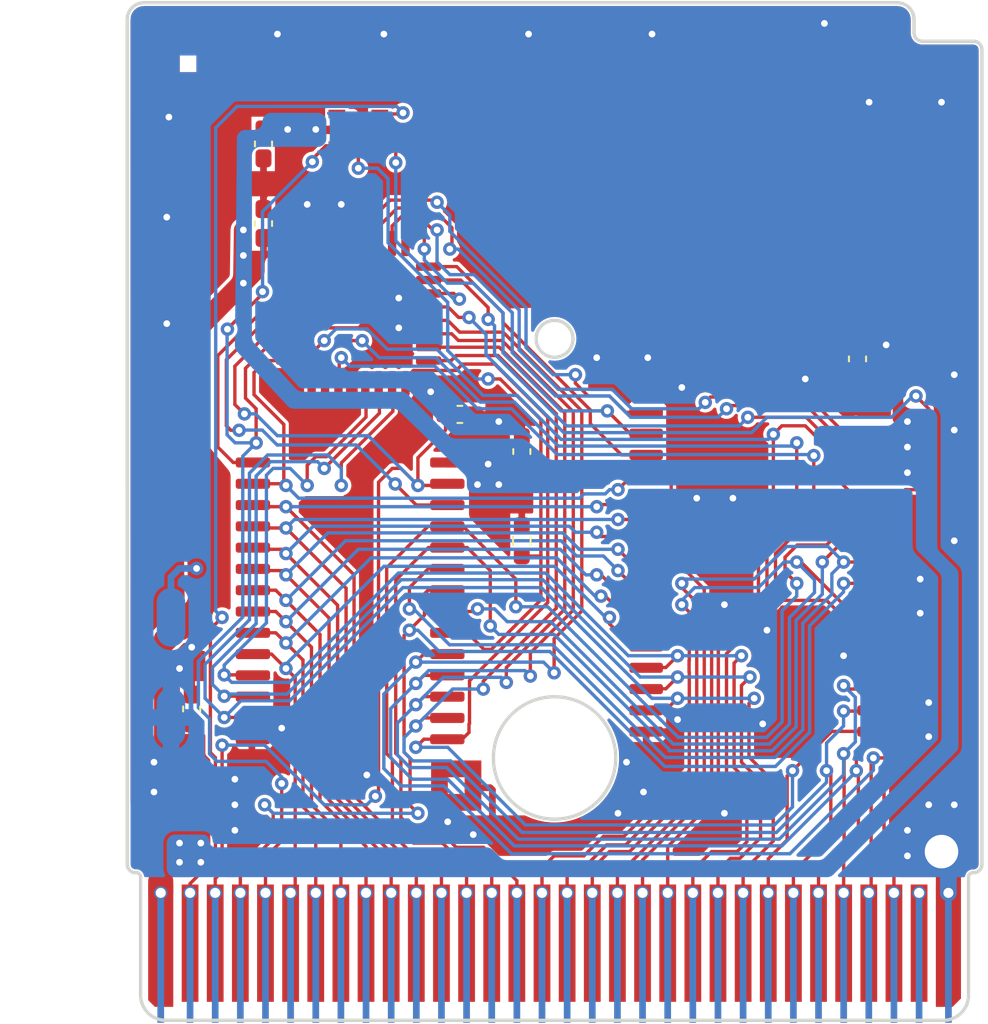
<source format=kicad_pcb>
(kicad_pcb (version 20211014) (generator pcbnew)
  (layers (0 "F.Cu" signal) (31 "B.Cu" signal) (34 "B.Paste" user) (35 "F.Paste" user) (36 "B.SilkS" user "B.Silkscreen") (37 "F.SilkS" user "F.Silkscreen") (38 "B.Mask" user) (39 "F.Mask" user) (44 "Edge.Cuts" user))
  (net 0 "")
  (net 1 "GND")
  (net 2 "VCC")
  (net 3 "Clock")
  (net 4 "Write")
  (net 5 "Read")
  (net 6 "CS")
  (net 7 "A00")
  (net 8 "A01")
  (net 9 "A02")
  (net 10 "A03")
  (net 11 "A04")
  (net 12 "A05")
  (net 13 "A06")
  (net 14 "A07")
  (net 15 "A08")
  (net 16 "A09")
  (net 17 "A10")
  (net 18 "A11")
  (net 19 "A12")
  (net 20 "A13")
  (net 21 "A14")
  (net 22 "A15")
  (net 23 "D0")
  (net 24 "D1")
  (net 25 "D2")
  (net 26 "D3")
  (net 27 "D4")
  (net 28 "D5")
  (net 29 "D6")
  (net 30 "D7")
  (net 31 "Reset")
  (net 32 "Audio")
  (net 33 "OR_Y")
  (net 34 "OR_A")
  (net 35 "SA14")
  (net 36 "SA13")
  (net 37 "RA14")
  (net 38 "RA15")
  (net 39 "RA16")
  (net 40 "RA17")
  (net 41 "RA18")
  (net 42 "RA19")
  (footprint "Nintendo:GroundPad_Square_SMD_3mm" (layer "F.Cu") (at 159.258 103.251)
    (fp_text reference "G1" hide)
    (fp_text value "GroundPad_Square_SMD_3mm")
  )
  (footprint "Package_SO:TSOP-6_1.65x3.05mm_P0.95mm" (layer "F.Cu") (at 153.416 64.135 180)
    (fp_text reference "U4")
    (fp_text value "TSOP-6_1.65x3.05mm_P0.95mm")
  )
  (footprint "Capacitor_SMD:C_0603_1608Metric_Pad1.08x0.95mm_HandSolder" (layer "F.Cu") (at 163.173004 83.324771 90)
    (fp_text reference "C3")
    (fp_text value "?? F")
  )
  (footprint "Nintendo:SSOP-32_MROM" (layer "F.Cu") (at 177.392038 90.50772)
    (fp_text reference "U1")
    (fp_text value "SSOP-32_MROM")
  )
  (footprint "Nintendo:SOIC-28_SRAM" (layer "F.Cu") (at 152.926447 92.231088)
    (fp_text reference "U3")
    (fp_text value "SOIC-28_SRAM")
  )
  (footprint "Resistor_SMD:R_0603_1608Metric_Pad0.98x0.95mm_HandSolder" (layer "F.Cu") (at 163.1696 88.646 90)
    (fp_text reference "R1")
    (fp_text value "R_0603_1608Metric_Pad0.98x0.95mm_HandSolder")
  )
  (footprint "Connector_GameBoy:GameBoy_GamePak_CGB-002_P1.50mm_Edge" (layer "F.Cu") (at 165.127 117.25)
    (fp_text reference "U0" hide)
    (fp_text value "CartBus" hide)
  )
  (footprint "Capacitor_SMD:C_0603_1608Metric_Pad1.08x0.95mm_HandSolder" (layer "F.Cu") (at 143.472151 98.679 90)
    (fp_text reference "C1")
    (fp_text value "?? F")
  )
  (footprint "Capacitor_SMD:C_0603_1608Metric_Pad1.08x0.95mm_HandSolder" (layer "F.Cu") (at 147.758701 64.972385 -90)
    (fp_text reference "C5")
    (fp_text value "?? F")
  )
  (footprint "Nintendo:LQFP-32_MBC" (layer "F.Cu") (at 153.426877 75.092593 90)
    (fp_text reference "U2")
    (fp_text value "LQFP-32_MBC")
  )
  (footprint "Capacitor_SMD:C_0603_1608Metric_Pad1.08x0.95mm_HandSolder" (layer "F.Cu") (at 183.202972 77.796492 90)
    (fp_text reference "C2")
    (fp_text value "?? F")
  )
  (footprint "Nintendo:GroundPad_Square_SMD_3mm" (layer "F.Cu") (at 143.256 60.198)
    (fp_text reference "G2" hide)
    (fp_text value "GroundPad_Square_SMD_3mm")
  )
  (footprint "Capacitor_SMD:C_0603_1608Metric_Pad1.08x0.95mm_HandSolder" (layer "F.Cu") (at 147.758701 69.723 90)
    (fp_text reference "C4")
    (fp_text value "?? F")
  )
  (footprint "Capacitor_SMD:C_0603_1608Metric_Pad1.08x0.95mm_HandSolder" (layer "F.Cu") (at 159.475046 81.107552)
    (fp_text reference "C6")
    (fp_text value "?? F")
  )
  (footprint "Nintendo:TestPoint_3.5x1.7mm" (layer "B.Cu") (at 142.24 99.187 90)
    (fp_text reference "GND")
    (fp_text value "TestPoint_3.5x1.7mm")
  )
  (footprint "Nintendo:TestPoint_3.5x1.7mm" (layer "B.Cu") (at 142.24 93.218 90)
    (fp_text reference "VCC")
    (fp_text value "TestPoint_3.5x1.7mm")
  )
  (gr_line (start 185.577 56.55) (end 140.626 56.55) (layer "Edge.Cuts") (width 0.2))
  (gr_arc (start 140.127 108.45) (mid 139.773447 108.303553) (end 139.627 107.95) (layer "Edge.Cuts") (width 0.2))
  (gr_arc (start 190.627 107.95) (mid 190.480553 108.303553) (end 190.127 108.45) (layer "Edge.Cuts") (width 0.2))
  (gr_arc (start 185.577 56.55) (mid 186.284107 56.842893) (end 186.577 57.55) (layer "Edge.Cuts") (width 0.2))
  (gr_arc (start 190.127 58.85) (mid 190.480553 58.996447) (end 190.627 59.35) (layer "Edge.Cuts") (width 0.2))
  (gr_line (start 140.427002 115.749998) (end 140.427 108.7) (layer "Edge.Cuts") (width 0.2))
  (gr_line (start 140.177 108.45) (end 140.127 108.45) (layer "Edge.Cuts") (width 0.2))
  (gr_line (start 141.927439 117.249559) (end 188.327441 117.250435) (layer "Edge.Cuts") (width 0.2))
  (gr_line (start 139.626 57.55) (end 139.627 107.95) (layer "Edge.Cuts") (width 0.2))
  (gr_arc (start 187.077 58.85) (mid 186.723447 58.703553) (end 186.577 58.35) (layer "Edge.Cuts") (width 0.2))
  (gr_line (start 189.827002 115.749998) (end 189.827 108.7) (layer "Edge.Cuts") (width 0.2))
  (gr_arc (start 141.927439 117.249559) (mid 140.866651 116.810529) (end 140.427002 115.749998) (layer "Edge.Cuts") (width 0.2))
  (gr_line (start 190.127 108.45) (end 190.077 108.45) (layer "Edge.Cuts") (width 0.2))
  (gr_circle (center 165.127 101.6) (end 168.777 101.6) (layer "Edge.Cuts") (width 0.2) (fill none))
  (gr_arc (start 189.827 108.7) (mid 189.900223 108.523223) (end 190.077 108.45) (layer "Edge.Cuts") (width 0.2))
  (gr_circle (center 165.127 76.6) (end 166.227 76.6) (layer "Edge.Cuts") (width 0.2) (fill none))
  (gr_arc (start 139.626 57.55) (mid 139.918893 56.842893) (end 140.626 56.55) (layer "Edge.Cuts") (width 0.2))
  (gr_arc (start 189.827002 115.749998) (mid 189.387972 116.810786) (end 188.327441 117.250435) (layer "Edge.Cuts") (width 0.2))
  (gr_line (start 186.577 57.55) (end 186.577 58.35) (layer "Edge.Cuts") (width 0.2))
  (gr_line (start 190.127 58.85) (end 187.077 58.85) (layer "Edge.Cuts") (width 0.2))
  (gr_line (start 190.627 107.95) (end 190.627 59.35) (layer "Edge.Cuts") (width 0.2))
  (gr_arc (start 140.177 108.45) (mid 140.353777 108.523223) (end 140.427 108.7) (layer "Edge.Cuts") (width 0.2))
  (segment (start 161.798 81.534) (end 161.371552 81.107552) (width 0.4) (layer "F.Cu") (net 1))
  (segment (start 147.066 100.676592) (end 147.258723 100.483869) (width 0.4) (layer "F.Cu") (net 1))
  (segment (start 160.274 106.172) (end 160.401 106.172) (width 0.4) (layer "F.Cu") (net 1))
  (segment (start 148.336 101.854) (end 147.066 101.854) (width 0.4) (layer "F.Cu") (net 1))
  (segment (start 183.224101 75.220899) (end 183.224101 77.016171) (width 0.4) (layer "F.Cu") (net 1))
  (segment (start 147.758701 68.8605) (end 147.758701 65.834885) (width 0.4) (layer "F.Cu") (net 1))
  (segment (start 161.417 105.156) (end 161.417 103.505) (width 0.4) (layer "F.Cu") (net 1))
  (segment (start 148.844 101.346) (end 148.336 101.854) (width 0.4) (layer "F.Cu") (net 1))
  (segment (start 154.305 75.946) (end 150.749 75.946) (width 0.2) (layer "F.Cu") (net 1))
  (segment (start 150.34948 76.34552) (end 150.34948 78.105) (width 0.2) (layer "F.Cu") (net 1))
  (segment (start 172.593 99.314) (end 171.87428 100.03272) (width 0.4) (layer "F.Cu") (net 1))
  (segment (start 161.417 103.505) (end 161.29 103.378) (width 0.4) (layer "F.Cu") (net 1))
  (segment (start 148.4376 67.4116) (end 147.758701 68.090499) (width 0.4) (layer "F.Cu") (net 1))
  (segment (start 161.29 103.378) (end 160.528 103.378) (width 0.4) (layer "F.Cu") (net 1))
  (segment (start 147.758701 68.090499) (end 147.758701 68.8605) (width 0.4) (layer "F.Cu") (net 1))
  (segment (start 188.627 109.65) (end 188.627 108.712) (width 1.5) (layer "F.Cu") (net 1))
  (segment (start 170.561 101.854) (end 170.592038 101.822962) (width 0.4) (layer "F.Cu") (net 1))
  (segment (start 170.592038 101.822962) (end 170.592038 100.03272) (width 0.4) (layer "F.Cu") (net 1))
  (segment (start 149.1996 67.4116) (end 148.4376 67.4116) (width 0.4) (layer "F.Cu") (net 1))
  (segment (start 171.87428 100.03272) (end 170.592038 100.03272) (width 0.4) (layer "F.Cu") (net 1))
  (segment (start 161.371552 81.107552) (end 160.337546 81.107552) (width 0.4) (layer "F.Cu") (net 1))
  (segment (start 143.472151 97.8165) (end 143.472151 96.990151) (width 0.4) (layer "F.Cu") (net 1))
  (segment (start 146.05 102.87) (end 147.066 101.854) (width 0.4) (layer "F.Cu") (net 1))
  (segment (start 153.924011 102.616) (end 153.67 102.361989) (width 0.4) (layer "F.Cu") (net 1))
  (segment (start 160.401 106.172) (end 161.417 105.156) (width 0.4) (layer "F.Cu") (net 1))
  (segment (start 150.749 75.946) (end 150.34948 76.34552) (width 0.2) (layer "F.Cu") (net 1))
  (segment (start 169.418 101.854) (end 170.561 101.854) (width 0.4) (layer "F.Cu") (net 1))
  (segment (start 153.031145 79.267915) (end 153.031145 78.223535) (width 0.4) (layer "F.Cu") (net 1))
  (segment (start 153.67 83.82) (end 157.734 79.756) (width 0.4) (layer "F.Cu") (net 1))
  (segment (start 153.67 102.361989) (end 153.67 83.82) (width 0.4) (layer "F.Cu") (net 1))
  (segment (start 147.258723 100.483869) (end 148.182131 100.483869) (width 0.4) (layer "F.Cu") (net 1))
  (segment (start 154.696 64.135) (end 156.464 64.135) (width 0.4) (layer "F.Cu") (net 1))
  (segment (start 153.031145 79.267915) (end 153.031145 80.641145) (width 0.4) (layer "F.Cu") (net 1))
  (segment (start 148.182131 100.483869) (end 148.844 99.822) (width 0.4) (layer "F.Cu") (net 1))
  (segment (start 148.844 99.822) (end 148.844 101.346) (width 0.4) (layer "F.Cu") (net 1))
  (segment (start 147.066 101.854) (end 147.066 100.676592) (width 0.4) (layer "F.Cu") (net 1))
  (segment (start 143.472151 96.990151) (end 142.748 96.266) (width 0.4) (layer "F.Cu") (net 1))
  (segment (start 150.368 68.58) (end 149.1996 67.4116) (width 0.4) (layer "F.Cu") (net 1))
  (segment (start 153.031145 78.223535) (end 153.40368 77.851) (width 0.4) (layer "F.Cu") (net 1))
  (segment (start 163.173004 82.462271) (end 163.173004 81.258004) (width 0.4) (layer "F.Cu") (net 1))
  (segment (start 154.432 75.819) (end 154.305 75.946) (width 0.2) (layer "F.Cu") (net 1))
  (via (at 170.688 77.724) (size 0.8) (drill 0.4) (layers "F.Cu" "B.Cu") (net 1))
  (via (at 163.576 58.42) (size 0.8) (drill 0.4) (layers "F.Cu" "B.Cu") (net 1))
  (via (at 182.372 95.504) (size 0.8) (drill 0.4) (layers "F.Cu" "B.Cu") (net 1))
  (via (at 177.546 99.568) (size 0.8) (drill 0.4) (layers "F.Cu" "B.Cu") (net 1))
  (via (at 155.829 74.168) (size 0.8) (drill 0.4) (layers "F.Cu" "B.Cu") (net 1))
  (via (at 188.214 107.188) (size 2.4) (drill 2) (layers "F.Cu" "B.Cu") (net 1))
  (via (at 175.768 86.106) (size 0.8) (drill 0.4) (layers "F.Cu" "B.Cu") (net 1))
  (via (at 142.748 96.266) (size 0.8) (drill 0.4) (layers "F.Cu" "B.Cu") (net 1))
  (via (at 161.798 81.534) (size 0.8) (drill 0.4) (layers "F.Cu" "B.Cu") (net 1))
  (via (at 186.944 90.932) (size 0.8) (drill 0.4) (layers "F.Cu" "B.Cu") (net 1))
  (via (at 175.26 104.902) (size 0.8) (drill 0.4) (layers "F.Cu" "B.Cu") (net 1))
  (via (at 150.368 68.58) (size 0.8) (drill 0.4) (layers "F.Cu" "B.Cu") (net 1))
  (via (at 160.274 106.172) (size 0.8) (drill 0.4) (layers "F.Cu" "B.Cu") (net 1))
  (via (at 154.94 58.42) (size 0.8) (drill 0.4) (layers "F.Cu" "B.Cu") (net 1))
  (via (at 173.609 86.106) (size 0.8) (drill 0.4) (layers "F.Cu" "B.Cu") (net 1))
  (via (at 184.912 76.962) (size 0.8) (drill 0.4) (layers "F.Cu" "B.Cu") (net 1))
  (via (at 157.734 79.756) (size 0.8) (drill 0.4) (layers "F.Cu" "B.Cu") (net 1))
  (via (at 187.452 98.298) (size 0.8) (drill 0.4) (layers "F.Cu" "B.Cu") (net 1))
  (via (at 180.086 78.994) (size 0.8) (drill 0.4) (layers "F.Cu" "B.Cu") (net 1))
  (via (at 143.475038 94.996) (size 0.8) (drill 0.4) (layers "F.Cu" "B.Cu") (net 1))
  (via (at 177.8 93.98) (size 0.8) (drill 0.4) (layers "F.Cu" "B.Cu") (net 1))
  (via (at 168.91 104.902) (size 0.8) (drill 0.4) (layers "F.Cu" "B.Cu") (net 1))
  (via (at 172.466 99.314) (size 0.8) (drill 0.4) (layers "F.Cu" "B.Cu") (net 1))
  (via (at 188.976 104.394) (size 0.8) (drill 0.4) (layers "F.Cu" "B.Cu") (net 1))
  (via (at 152.4 68.58) (size 0.8) (drill 0.4) (layers "F.Cu" "B.Cu") (net 1))
  (via (at 188.976 78.74) (size 0.8) (drill 0.4) (layers "F.Cu" "B.Cu") (net 1))
  (via (at 146.05 102.87) (size 0.8) (drill 0.4) (layers "F.Cu" "B.Cu") (net 1))
  (via (at 188.976 88.646) (size 0.8) (drill 0.4) (layers "F.Cu" "B.Cu") (net 1))
  (via (at 153.924011 102.616) (size 0.8) (drill 0.4) (layers "F.Cu" "B.Cu") (net 1))
  (via (at 158.75 105.41) (size 0.8) (drill 0.4) (layers "F.Cu" "B.Cu") (net 1))
  (via (at 148.844 99.822) (size 0.8) (drill 0.4) (layers "F.Cu" "B.Cu") (net 1))
  (via (at 170.434 103.632) (size 0.8) (drill 0.4) (layers "F.Cu" "B.Cu") (net 1))
  (via (at 148.59 58.42) (size 0.8) (drill 0.4) (layers "F.Cu" "B.Cu") (net 1))
  (via (at 141.986 75.692) (size 0.8) (drill 0.4) (layers "F.Cu" "B.Cu") (net 1))
  (via (at 172.72 79.502) (size 0.8) (drill 0.4) (layers "F.Cu" "B.Cu") (net 1))
  (via (at 186.182 107.442) (size 0.8) (drill 0.4) (layers "F.Cu" "B.Cu") (net 1))
  (via (at 188.976 82.042) (size 0.8) (drill 0.4) (layers "F.Cu" "B.Cu") (net 1))
  (via (at 141.986 69.342) (size 0.8) (drill 0.4) (layers "F.Cu" "B.Cu") (net 1))
  (via (at 186.944 92.964) (size 0.8) (drill 0.4) (layers "F.Cu" "B.Cu") (net 1))
  (via (at 175.26 92.456) (size 0.8) (drill 0.4) (layers "F.Cu" "B.Cu") (net 1))
  (via (at 181.229 57.785) (size 0.8) (drill 0.4) (layers "F.Cu" "B.Cu") (net 1))
  (via (at 142.113 63.373) (size 0.8) (drill 0.4) (layers "F.Cu" "B.Cu") (net 1))
  (via (at 183.896 62.484) (size 0.8) (drill 0.4) (layers "F.Cu" "B.Cu") (net 1))
  (via (at 187.452 100.33) (size 0.8) (drill 0.4) (layers "F.Cu" "B.Cu") (net 1))
  (via (at 169.418 101.854) (size 0.8) (drill 0.4) (layers "F.Cu" "B.Cu") (net 1))
  (via (at 141.224 103.632) (size 0.8) (drill 0.4) (layers "F.Cu" "B.Cu") (net 1))
  (via (at 186.182 105.918) (size 0.8) (drill 0.4) (layers "F.Cu" "B.Cu") (net 1))
  (via (at 188.214 62.484) (size 0.8) (drill 0.4) (layers "F.Cu" "B.Cu") (net 1))
  (via (at 141.224 101.854) (size 0.8) (drill 0.4) (layers "F.Cu" "B.Cu") (net 1))
  (via (at 187.452 104.394) (size 0.8) (drill 0.4) (layers "F.Cu" "B.Cu") (net 1))
  (via (at 167.64 77.724) (size 0.8) (drill 0.4) (layers "F.Cu" "B.Cu") (net 1))
  (via (at 146.05 104.394) (size 0.8) (drill 0.4) (layers "F.Cu" "B.Cu") (net 1))
  (via (at 146.05 105.918) (size 0.8) (drill 0.4) (layers "F.Cu" "B.Cu") (net 1))
  (via (at 155.829 75.946) (size 0.8) (drill 0.4) (layers "F.Cu" "B.Cu") (net 1))
  (via (at 170.942 58.42) (size 0.8) (drill 0.4) (layers "F.Cu" "B.Cu") (net 1))
  (segment (start 188.627 109.65) (end 188.627 108.712) (width 1) (layer "B.Cu") (net 1))
  (segment (start 150.9776 64.1096) (end 151.003 64.135) (width 0.4) (layer "F.Cu") (net 2))
  (segment (start 184.068298 80.964791) (end 184.068298 79.928298) (width 0.4) (layer "F.Cu") (net 2))
  (segment (start 150.876 64.1096) (end 150.9776 64.1096) (width 0.4) (layer "F.Cu") (net 2))
  (segment (start 143.472151 99.5415) (end 143.472151 105.955849) (width 0.4) (layer "F.Cu") (net 2))
  (segment (start 183.224101 79.592101) (end 183.224101 78.741171) (width 0.4) (layer "F.Cu") (net 2))
  (segment (start 147.758701 70.5855) (end 147.758701 71.443299) (width 0.4) (layer "F.Cu") (net 2))
  (segment (start 161.192088 84.070312) (end 161.192088 83.976088) (width 0.4) (layer "F.Cu") (net 2))
  (segment (start 150.67629 70.934264) (end 150.338011 71.272543) (width 0.4) (layer "F.Cu") (net 2))
  (segment (start 161.798 85.2932) (end 161.8488 85.344) (width 0.4) (layer "F.Cu") (net 2))
  (segment (start 141.627 109.65) (end 141.627 108.966) (width 1.5) (layer "F.Cu") (net 2))
  (segment (start 149.4028 64.1096) (end 149.4017 64.1107) (width 0.4) (layer "F.Cu") (net 2))
  (segment (start 161.8488 85.344) (end 163.195 85.344) (width 0.4) (layer "F.Cu") (net 2))
  (segment (start 163.195 85.344) (end 163.195 84.209267) (width 0.6) (layer "F.Cu") (net 2))
  (segment (start 163.1696 87.7335) (end 163.1696 85.3694) (width 0.4) (layer "F.Cu") (net 2))
  (segment (start 161.1884 84.074) (end 161.192088 84.070312) (width 0.4) (layer "F.Cu") (net 2))
  (segment (start 149.1996 64.1096) (end 147.8799 64.1096) (width 0.4) (layer "F.Cu") (net 2))
  (segment (start 184.068298 80.964791) (end 182.564791 80.964791) (width 0.4) (layer "F.Cu") (net 2))
  (segment (start 163.1696 85.3694) (end 163.195 85.344) (width 0.4) (layer "F.Cu") (net 2))
  (segment (start 143.472151 105.955849) (end 142.748 106.68) (width 0.4) (layer "F.Cu") (net 2))
  (segment (start 150.876 64.1096) (end 149.4028 64.1096) (width 0.4) (layer "F.Cu") (net 2))
  (segment (start 158.726447 83.976088) (end 161.192088 83.976088) (width 0.6) (layer "F.Cu") (net 2))
  (segment (start 152.256 64.135) (end 151.003 64.135) (width 0.5) (layer "F.Cu") (net 2))
  (via (at 146.558 70.104) (size 0.8) (drill 0.4) (layers "F.Cu" "B.Cu") (net 2))
  (via (at 146.558 71.628) (size 0.8) (drill 0.4) (layers "F.Cu" "B.Cu") (net 2))
  (via (at 142.748 106.68) (size 0.8) (drill 0.4) (layers "F.Cu" "B.Cu") (net 2))
  (via (at 150.876 64.1096) (size 0.8) (drill 0.4) (layers "F.Cu" "B.Cu") (net 2))
  (via (at 186.182 83.058) (size 0.8) (drill 0.4) (layers "F.Cu" "B.Cu") (net 2))
  (via (at 160.528 85.2932) (size 0.8) (drill 0.4) (layers "F.Cu" "B.Cu") (net 2))
  (via (at 186.182 84.582) (size 0.8) (drill 0.4) (layers "F.Cu" "B.Cu") (net 2))
  (via (at 149.1996 64.1096) (size 0.8) (drill 0.4) (layers "F.Cu" "B.Cu") (net 2))
  (via (at 144.018 107.823) (size 0.8) (drill 0.4) (layers "F.Cu" "B.Cu") (net 2))
  (via (at 161.798 85.2932) (size 0.8) (drill 0.4) (layers "F.Cu" "B.Cu") (net 2))
  (via (at 142.748 107.823) (size 0.8) (drill 0.4) (layers "F.Cu" "B.Cu") (net 2))
  (via (at 161.163 84.074) (size 0.8) (drill 0.4) (layers "F.Cu" "B.Cu") (net 2))
  (via (at 143.764 90.297) (size 0.8) (drill 0.4) (layers "F.Cu" "B.Cu") (net 2))
  (via (at 186.182 81.534) (size 0.8) (drill 0.4) (layers "F.Cu" "B.Cu") (net 2))
  (via (at 146.558 73.279) (size 0.8) (drill 0.4) (layers "F.Cu" "B.Cu") (net 2))
  (via (at 144.018 106.68) (size 0.8) (drill 0.4) (layers "F.Cu" "B.Cu") (net 2))
  (segment (start 142.24 90.805) (end 142.24 93.218) (width 0.4) (layer "B.Cu") (net 2))
  (segment (start 142.748 90.297) (end 142.24 90.805) (width 0.4) (layer "B.Cu") (net 2))
  (segment (start 143.764 90.297) (end 142.748 90.297) (width 0.4) (layer "B.Cu") (net 2))
  (segment (start 143.377 109.099) (end 143.891 108.585) (width 0.2) (layer "F.Cu") (net 3))
  (segment (start 156.017 63.185) (end 154.576 63.185) (width 0.2) (layer "F.Cu") (net 3))
  (segment (start 144.588489 93.917511) (end 145.288 93.218) (width 0.2) (layer "F.Cu") (net 3))
  (segment (start 143.891 108.585) (end 144.526 108.585) (width 0.2) (layer "F.Cu") (net 3))
  (segment (start 144.526 108.585) (end 144.88848 108.22252) (width 0.2) (layer "F.Cu") (net 3))
  (segment (start 144.588489 101.281489) (end 144.588489 93.917511) (width 0.2) (layer "F.Cu") (net 3))
  (segment (start 144.88848 108.22252) (end 144.88848 101.58148) (width 0.2) (layer "F.Cu") (net 3))
  (segment (start 156.083 63.119) (end 156.017 63.185) (width 0.2) (layer "F.Cu") (net 3))
  (segment (start 143.377 109.65) (end 143.377 109.099) (width 0.2) (layer "F.Cu") (net 3))
  (segment (start 144.88848 101.58148) (end 144.588489 101.281489) (width 0.2) (layer "F.Cu") (net 3))
  (via (at 156.083 63.119) (size 0.8) (drill 0.4) (layers "F.Cu" "B.Cu") (net 3))
  (via (at 145.288 93.218) (size 0.8) (drill 0.4) (layers "F.Cu" "B.Cu") (net 3))
  (segment (start 155.702 62.738) (end 146.177 62.738) (width 0.2) (layer "B.Cu") (net 3))
  (segment (start 144.907 92.837) (end 145.288 93.218) (width 0.2) (layer "B.Cu") (net 3))
  (segment (start 146.177 62.738) (end 144.907 64.008) (width 0.2) (layer "B.Cu") (net 3))
  (segment (start 144.907 64.008) (end 144.907 92.837) (width 0.2) (layer "B.Cu") (net 3))
  (segment (start 156.083 63.119) (end 155.702 62.738) (width 0.2) (layer "B.Cu") (net 3))
  (segment (start 147.982442 76.299558) (end 149.30129 76.299558) (width 0.2) (layer "F.Cu") (net 4))
  (segment (start 146.6205 81.076122) (end 146.608122 81.076122) (width 0.2) (layer "F.Cu") (net 4))
  (segment (start 144.877 109.65) (end 144.877 108.799006) (width 0.2) (layer "F.Cu") (net 4))
  (segment (start 156.972 85.344) (end 156.972 83.693) (width 0.2) (layer "F.Cu") (net 4))
  (segment (start 156.972 83.693) (end 158.623 82.042) (width 0.2) (layer "F.Cu") (net 4))
  (segment (start 145.288 108.388006) (end 145.288 100.838) (width 0.2) (layer "F.Cu") (net 4))
  (segment (start 146.05 78.232) (end 147.982442 76.299558) (width 0.2) (layer "F.Cu") (net 4))
  (segment (start 155.448 84.328) (end 155.956 84.328) (width 0.2) (layer "F.Cu") (net 4))
  (segment (start 156.972 85.344) (end 158.588592 85.344) (width 0.2) (layer "F.Cu") (net 4))
  (segment (start 146.05 80.518) (end 146.05 78.232) (width 0.2) (layer "F.Cu") (net 4))
  (segment (start 154.623511 85.152489) (end 155.448 84.328) (width 0.2) (layer "F.Cu") (net 4))
  (segment (start 154.432 103.886) (end 154.623511 103.694489) (width 0.2) (layer "F.Cu") (net 4))
  (segment (start 154.623511 103.694489) (end 154.623511 85.152489) (width 0.2) (layer "F.Cu") (net 4))
  (segment (start 155.956 84.328) (end 156.972 85.344) (width 0.2) (layer "F.Cu") (net 4))
  (segment (start 144.877 108.799006) (end 145.288 108.388006) (width 0.2) (layer "F.Cu") (net 4))
  (segment (start 146.608122 81.076122) (end 146.05 80.518) (width 0.2) (layer "F.Cu") (net 4))
  (segment (start 158.623 82.042) (end 158.623 81.118006) (width 0.2) (layer "F.Cu") (net 4))
  (via (at 154.432 103.886) (size 0.8) (drill 0.4) (layers "F.Cu" "B.Cu") (net 4))
  (via (at 146.6205 81.076122) (size 0.8) (drill 0.4) (layers "F.Cu" "B.Cu") (net 4))
  (via (at 145.288 100.838) (size 0.8) (drill 0.4) (layers "F.Cu" "B.Cu") (net 4))
  (via (at 156.972 85.344) (size 0.8) (drill 0.4) (layers "F.Cu" "B.Cu") (net 4))
  (segment (start 154.432 103.886) (end 153.924 104.394) (width 0.2) (layer "B.Cu") (net 4))
  (segment (start 151.384 104.394) (end 147.828 100.838) (width 0.2) (layer "B.Cu") (net 4))
  (segment (start 147.282286 81.076122) (end 148.585245 82.379081) (width 0.2) (layer "B.Cu") (net 4))
  (segment (start 146.6205 81.076122) (end 147.282286 81.076122) (width 0.2) (layer "B.Cu") (net 4))
  (segment (start 148.585245 82.379081) (end 154.007081 82.379081) (width 0.2) (layer "B.Cu") (net 4))
  (segment (start 147.828 100.838) (end 145.288 100.838) (width 0.2) (layer "B.Cu") (net 4))
  (segment (start 153.924 104.394) (end 151.384 104.394) (width 0.2) (layer "B.Cu") (net 4))
  (segment (start 154.007081 82.379081) (end 156.972 85.344) (width 0.2) (layer "B.Cu") (net 4))
  (segment (start 182.372 91.186) (end 184.007089 91.186) (width 0.2) (layer "F.Cu") (net 5))
  (segment (start 157.364203 93.079797) (end 157.364203 91.809797) (width 0.2) (layer "F.Cu") (net 5))
  (segment (start 156.145489 101.254748) (end 156.145489 94.298511) (width 0.2) (layer "F.Cu") (net 5))
  (segment (start 146.377 108.385) (end 148.336 106.426) (width 0.2) (layer "F.Cu") (net 5))
  (segment (start 148.336 104.902) (end 147.828 104.394) (width 0.2) (layer "F.Cu") (net 5))
  (segment (start 156.145489 94.298511) (end 156.464 93.98) (width 0.2) (layer "F.Cu") (net 5))
  (segment (start 156.503811 104.433811) (end 156.503811 101.61307) (width 0.2) (layer "F.Cu") (net 5))
  (segment (start 157.580131 91.593869) (end 158.688723 91.593869) (width 0.2) (layer "F.Cu") (net 5))
  (segment (start 156.464 93.98) (end 157.364203 93.079797) (width 0.2) (layer "F.Cu") (net 5))
  (segment (start 148.336 106.426) (end 148.336 104.902) (width 0.2) (layer "F.Cu") (net 5))
  (segment (start 156.972 104.902) (end 156.503811 104.433811) (width 0.2) (layer "F.Cu") (net 5))
  (segment (start 146.377 109.65) (end 146.377 108.385) (width 0.2) (layer "F.Cu") (net 5))
  (segment (start 156.503811 101.61307) (end 156.145489 101.254748) (width 0.2) (layer "F.Cu") (net 5))
  (segment (start 157.364203 91.809797) (end 157.580131 91.593869) (width 0.2) (layer "F.Cu") (net 5))
  (via (at 156.972 104.902) (size 0.8) (drill 0.4) (layers "F.Cu" "B.Cu") (net 5))
  (via (at 182.372 91.186) (size 0.8) (drill 0.4) (layers "F.Cu" "B.Cu") (net 5))
  (via (at 156.464 93.98) (size 0.8) (drill 0.4) (layers "F.Cu" "B.Cu") (net 5))
  (via (at 147.828 104.394) (size 0.8) (drill 0.4) (layers "F.Cu" "B.Cu") (net 5))
  (segment (start 148.336 104.902) (end 156.972 104.902) (width 0.2) (layer "B.Cu") (net 5))
  (segment (start 180.34 93.726) (end 182.372 91.694) (width 0.2) (layer "B.Cu") (net 5))
  (segment (start 158.242 95.25) (end 164.846 95.25) (width 0.2) (layer "B.Cu") (net 5))
  (segment (start 171.704 102.108) (end 178.308 102.108) (width 0.2) (layer "B.Cu") (net 5))
  (segment (start 147.828 104.394) (end 148.336 104.902) (width 0.2) (layer "B.Cu") (net 5))
  (segment (start 178.308 102.108) (end 180.34 100.076) (width 0.2) (layer "B.Cu") (net 5))
  (segment (start 180.34 100.076) (end 180.34 93.726) (width 0.2) (layer "B.Cu") (net 5))
  (segment (start 156.464 93.98) (end 156.972 93.98) (width 0.2) (layer "B.Cu") (net 5))
  (segment (start 164.846 95.25) (end 171.704 102.108) (width 0.2) (layer "B.Cu") (net 5))
  (segment (start 156.972 93.98) (end 158.242 95.25) (width 0.2) (layer "B.Cu") (net 5))
  (segment (start 182.372 91.694) (end 182.372 91.186) (width 0.2) (layer "B.Cu") (net 5))
  (segment (start 146.685 80.137) (end 146.685 78.359) (width 0.2) (layer "F.Cu") (net 6))
  (segment (start 147.944442 77.099558) (end 149.30129 77.099558) (width 0.2) (layer "F.Cu") (net 6))
  (segment (start 151.4754 65.085) (end 152.136 65.085) (width 0.2) (layer "F.Cu") (net 6))
  (segment (start 150.6728 65.8876) (end 151.4754 65.085) (width 0.2) (layer "F.Cu") (net 6))
  (segment (start 146.685 78.359) (end 147.944442 77.099558) (width 0.2) (layer "F.Cu") (net 6))
  (segment (start 147.877 109.65) (end 147.877 107.52) (width 0.2) (layer "F.Cu") (net 6))
  (segment (start 147.877 107.52) (end 148.844 106.553) (width 0.2) (layer "F.Cu") (net 6))
  (segment (start 145.6065 76.0085) (end 145.6065 76.022878) (width 0.2) (layer "F.Cu") (net 6))
  (segment (start 150.6728 66.04) (end 150.6728 65.8876) (width 0.2) (layer "F.Cu") (net 6))
  (segment (start 147.701 73.787) (end 147.701 73.914) (width 0.2) (layer "F.Cu") (net 6))
  (segment (start 147.32 80.772) (end 146.685 80.137) (width 0.2) (layer "F.Cu") (net 6))
  (segment (start 147.32 82.804) (end 147.32 80.772) (width 0.2) (layer "F.Cu") (net 6))
  (segment (start 148.844 106.553) (end 148.844 103.124) (width 0.2) (layer "F.Cu") (net 6))
  (segment (start 147.701 73.914) (end 145.6065 76.0085) (width 0.2) (layer "F.Cu") (net 6))
  (via (at 147.701 73.787) (size 0.8) (drill 0.4) (layers "F.Cu" "B.Cu") (net 6))
  (via (at 148.844 103.124) (size 0.8) (drill 0.4) (layers "F.Cu" "B.Cu") (net 6))
  (via (at 145.6065 76.022878) (size 0.8) (drill 0.4) (layers "F.Cu" "B.Cu") (net 6))
  (via (at 147.32 82.804) (size 0.8) (drill 0.4) (layers "F.Cu" "B.Cu") (net 6))
  (via (at 150.6728 66.04) (size 0.8) (drill 0.4) (layers "F.Cu" "B.Cu") (net 6))
  (segment (start 146.52096 93.198034) (end 146.520961 83.603039) (width 0.2) (layer "B.Cu") (net 6))
  (segment (start 147.914199 101.805249) (end 144.985249 101.805249) (width 0.2) (layer "B.Cu") (net 6))
  (segment (start 146.062239 82.804) (end 147.32 82.804) (width 0.2) (layer "B.Cu") (net 6))
  (segment (start 148.844 102.73505) (end 147.914199 101.805249) (width 0.2) (layer "B.Cu") (net 6))
  (segment (start 146.520961 83.603039) (end 147.32 82.804) (width 0.2) (layer "B.Cu") (net 6))
  (segment (start 147.701 69.0118) (end 147.701 73.787) (width 0.2) (layer "B.Cu") (net 6))
  (segment (start 150.6728 66.04) (end 147.701 69.0118) (width 0.2) (layer "B.Cu") (net 6))
  (segment (start 145.58677 76.042608) (end 145.58677 82.328531) (width 0.2) (layer "B.Cu") (net 6))
  (segment (start 143.872481 95.846513) (end 146.52096 93.198034) (width 0.2) (layer "B.Cu") (net 6))
  (segment (start 145.58677 82.328531) (end 146.062239 82.804) (width 0.2) (layer "B.Cu") (net 6))
  (segment (start 144.985249 101.805249) (end 144.538703 101.358703) (width 0.2) (layer "B.Cu") (net 6))
  (segment (start 143.872481 98.593572) (end 143.872481 95.846513) (width 0.2) (layer "B.Cu") (net 6))
  (segment (start 144.538703 101.358703) (end 144.538703 99.259794) (width 0.2) (layer "B.Cu") (net 6))
  (segment (start 145.6065 76.022878) (end 145.58677 76.042608) (width 0.2) (layer "B.Cu") (net 6))
  (segment (start 144.538703 99.259794) (end 143.872481 98.593572) (width 0.2) (layer "B.Cu") (net 6))
  (segment (start 148.844 103.124) (end 148.844 102.73505) (width 0.2) (layer "B.Cu") (net 6))
  (segment (start 148.235869 95.403869) (end 147.258723 95.403869) (width 0.2) (layer "F.Cu") (net 7))
  (segment (start 149.098 96.266) (end 148.235869 95.403869) (width 0.2) (layer "F.Cu") (net 7))
  (segment (start 168.402 93.218) (end 168.402 93.599) (width 0.2) (layer "F.Cu") (net 7))
  (segment (start 149.649648 109.377352) (end 149.649648 96.817648) (width 0.2) (layer "F.Cu") (net 7))
  (segment (start 149.649648 96.817648) (end 149.098 96.266) (width 0.2) (layer "F.Cu") (net 7))
  (segment (start 168.402 93.599) (end 169.737791 94.934791) (width 0.2) (layer "F.Cu") (net 7))
  (via (at 168.402 93.218) (size 0.8) (drill 0.4) (layers "F.Cu" "B.Cu") (net 7))
  (via (at 149.098 96.266) (size 0.8) (drill 0.4) (layers "F.Cu" "B.Cu") (net 7))
  (segment (start 149.098 96.012) (end 149.098 96.266) (width 0.2) (layer "B.Cu") (net 7))
  (segment (start 168.174741 93.218) (end 165.126741 90.17) (width 0.2) (layer "B.Cu") (net 7))
  (segment (start 165.126741 90.17) (end 154.94 90.17) (width 0.2) (layer "B.Cu") (net 7))
  (segment (start 168.402 93.218) (end 168.174741 93.218) (width 0.2) (layer "B.Cu") (net 7))
  (segment (start 154.94 90.17) (end 149.098 96.012) (width 0.2) (layer "B.Cu") (net 7))
  (segment (start 150.877 105.284) (end 150.114 104.521) (width 0.2) (layer "F.Cu") (net 8))
  (segment (start 150.114 104.521) (end 150.114 95.758) (width 0.2) (layer "F.Cu") (net 8))
  (segment (start 168.148 91.948) (end 169.864791 93.664791) (width 0.2) (layer "F.Cu") (net 8))
  (segment (start 148.492088 94.136088) (end 147.126447 94.136088) (width 0.2) (layer "F.Cu") (net 8))
  (segment (start 150.877 109.65) (end 150.877 105.284) (width 0.2) (layer "F.Cu") (net 8))
  (segment (start 150.114 95.758) (end 149.098 94.742) (width 0.2) (layer "F.Cu") (net 8))
  (segment (start 167.894 91.948) (end 168.148 91.948) (width 0.2) (layer "F.Cu") (net 8))
  (segment (start 149.098 94.742) (end 148.492088 94.136088) (width 0.2) (layer "F.Cu") (net 8))
  (via (at 167.894 91.948) (size 0.8) (drill 0.4) (layers "F.Cu" "B.Cu") (net 8))
  (via (at 149.098 94.742) (size 0.8) (drill 0.4) (layers "F.Cu" "B.Cu") (net 8))
  (segment (start 149.098 94.742) (end 154.178 89.662) (width 0.2) (layer "B.Cu") (net 8))
  (segment (start 154.178 89.662) (end 165.25424 89.662) (width 0.2) (layer "B.Cu") (net 8))
  (segment (start 165.25424 89.662) (end 167.54024 91.948) (width 0.2) (layer "B.Cu") (net 8))
  (segment (start 167.54024 91.948) (end 167.894 91.948) (width 0.2) (layer "B.Cu") (net 8))
  (segment (start 148.489869 92.863869) (end 147.258723 92.863869) (width 0.2) (layer "F.Cu") (net 9))
  (segment (start 149.098 93.472) (end 148.489869 92.863869) (width 0.2) (layer "F.Cu") (net 9))
  (segment (start 167.894 90.678) (end 169.610791 92.394791) (width 0.2) (layer "F.Cu") (net 9))
  (segment (start 152.377 109.65) (end 152.377 106.149) (width 0.2) (layer "F.Cu") (net 9))
  (segment (start 169.610791 92.394791) (end 170.968298 92.394791) (width 0.2) (layer "F.Cu") (net 9))
  (segment (start 150.622 104.394) (end 150.622 94.996) (width 0.2) (layer "F.Cu") (net 9))
  (segment (start 150.622 94.996) (end 149.098 93.472) (width 0.2) (layer "F.Cu") (net 9))
  (segment (start 167.64 90.678) (end 167.894 90.678) (width 0.2) (layer "F.Cu") (net 9))
  (segment (start 152.377 106.149) (end 150.622 104.394) (width 0.2) (layer "F.Cu") (net 9))
  (via (at 167.64 90.678) (size 0.8) (drill 0.4) (layers "F.Cu" "B.Cu") (net 9))
  (via (at 149.098 93.472) (size 0.8) (drill 0.4) (layers "F.Cu" "B.Cu") (net 9))
  (segment (start 153.416 89.154) (end 165.465485 89.154) (width 0.2) (layer "B.Cu") (net 9))
  (segment (start 166.989485 90.678) (end 167.64 90.678) (width 0.2) (layer "B.Cu") (net 9))
  (segment (start 149.098 93.472) (end 153.416 89.154) (width 0.2) (layer "B.Cu") (net 9))
  (segment (start 165.465485 89.154) (end 166.989485 90.678) (width 0.2) (layer "B.Cu") (net 9))
  (segment (start 149.098 92.202) (end 148.489869 91.593869) (width 0.2) (layer "F.Cu") (net 10))
  (segment (start 153.877 106.887) (end 151.13 104.14) (width 0.2) (layer "F.Cu") (net 10))
  (segment (start 168.91 90.424) (end 169.610791 91.124791) (width 0.2) (layer "F.Cu") (net 10))
  (segment (start 148.489869 91.593869) (end 147.258723 91.593869) (width 0.2) (layer "F.Cu") (net 10))
  (segment (start 169.610791 91.124791) (end 170.968298 91.124791) (width 0.2) (layer "F.Cu") (net 10))
  (segment (start 151.13 94.234) (end 149.098 92.202) (width 0.2) (layer "F.Cu") (net 10))
  (segment (start 153.877 109.65) (end 153.877 106.887) (width 0.2) (layer "F.Cu") (net 10))
  (segment (start 151.13 104.14) (end 151.13 94.234) (width 0.2) (layer "F.Cu") (net 10))
  (via (at 168.91 90.424) (size 0.8) (drill 0.4) (layers "F.Cu" "B.Cu") (net 10))
  (via (at 149.098 92.202) (size 0.8) (drill 0.4) (layers "F.Cu" "B.Cu") (net 10))
  (segment (start 152.654 88.646) (end 165.522491 88.646) (width 0.2) (layer "B.Cu") (net 10))
  (segment (start 149.098 92.202) (end 152.654 88.646) (width 0.2) (layer "B.Cu") (net 10))
  (segment (start 166.430011 89.55352) (end 168.03952 89.55352) (width 0.2) (layer "B.Cu") (net 10))
  (segment (start 165.522491 88.646) (end 166.430011 89.55352) (width 0.2) (layer "B.Cu") (net 10))
  (segment (start 168.03952 89.55352) (end 168.91 90.424) (width 0.2) (layer "B.Cu") (net 10))
  (segment (start 151.670836 104.11583) (end 151.670836 93.250836) (width 0.2) (layer "F.Cu") (net 11))
  (segment (start 151.670836 93.250836) (end 149.098 90.678) (width 0.2) (layer "F.Cu") (net 11))
  (segment (start 168.91 89.154) (end 169.62872 89.87272) (width 0.2) (layer "F.Cu") (net 11))
  (segment (start 155.377 107.821994) (end 151.670836 104.11583) (width 0.2) (layer "F.Cu") (net 11))
  (segment (start 149.098 90.678) (end 148.844 90.424) (width 0.2) (layer "F.Cu") (net 11))
  (segment (start 169.62872 89.87272) (end 170.592038 89.87272) (width 0.2) (layer "F.Cu") (net 11))
  (segment (start 148.844 90.424) (end 147.358854 90.424) (width 0.2) (layer "F.Cu") (net 11))
  (segment (start 155.377 109.65) (end 155.377 107.821994) (width 0.2) (layer "F.Cu") (net 11))
  (via (at 168.91 89.154) (size 0.8) (drill 0.4) (layers "F.Cu" "B.Cu") (net 11))
  (via (at 149.098 90.678) (size 0.8) (drill 0.4) (layers "F.Cu" "B.Cu") (net 11))
  (segment (start 165.616537 88.17504) (end 166.595497 89.154) (width 0.2) (layer "B.Cu") (net 11))
  (segment (start 149.098 90.678) (end 151.60096 88.17504) (width 0.2) (layer "B.Cu") (net 11))
  (segment (start 151.60096 88.17504) (end 165.616537 88.17504) (width 0.2) (layer "B.Cu") (net 11))
  (segment (start 166.595497 89.154) (end 168.91 89.154) (width 0.2) (layer "B.Cu") (net 11))
  (segment (start 156.070012 107.95) (end 152.181614 104.061602) (width 0.2) (layer "F.Cu") (net 12))
  (segment (start 167.894 88.392) (end 170.381318 88.392) (width 0.2) (layer "F.Cu") (net 12))
  (segment (start 149.098 89.408) (end 148.844 89.154) (width 0.2) (layer "F.Cu") (net 12))
  (segment (start 152.181614 104.061602) (end 152.181614 92.491614) (width 0.2) (layer "F.Cu") (net 12))
  (segment (start 170.381318 88.392) (end 170.592038 88.60272) (width 0.2) (layer "F.Cu") (net 12))
  (segment (start 152.181614 92.491614) (end 149.098 89.408) (width 0.2) (layer "F.Cu") (net 12))
  (segment (start 156.877 108.109) (end 156.718 107.95) (width 0.2) (layer "F.Cu") (net 12))
  (segment (start 156.877 109.65) (end 156.877 108.109) (width 0.2) (layer "F.Cu") (net 12))
  (segment (start 148.844 89.154) (end 147.358854 89.154) (width 0.2) (layer "F.Cu") (net 12))
  (segment (start 167.64 88.138) (end 167.894 88.392) (width 0.2) (layer "F.Cu") (net 12))
  (segment (start 156.718 107.95) (end 156.070012 107.95) (width 0.2) (layer "F.Cu") (net 12))
  (via (at 167.64 88.138) (size 0.8) (drill 0.4) (layers "F.Cu" "B.Cu") (net 12))
  (via (at 149.098 89.408) (size 0.8) (drill 0.4) (layers "F.Cu" "B.Cu") (net 12))
  (segment (start 166.37 88.138) (end 167.64 88.138) (width 0.2) (layer "B.Cu") (net 12))
  (segment (start 150.73048 87.77552) (end 166.00752 87.77552) (width 0.2) (layer "B.Cu") (net 12))
  (segment (start 149.098 89.408) (end 150.73048 87.77552) (width 0.2) (layer "B.Cu") (net 12))
  (segment (start 166.00752 87.77552) (end 166.37 88.138) (width 0.2) (layer "B.Cu") (net 12))
  (segment (start 157.58848 107.55048) (end 156.235498 107.55048) (width 0.2) (layer "F.Cu") (net 13))
  (segment (start 152.686297 104.001279) (end 152.686297 91.472297) (width 0.2) (layer "F.Cu") (net 13))
  (segment (start 156.235498 107.55048) (end 152.686297 104.001279) (width 0.2) (layer "F.Cu") (net 13))
  (segment (start 158.377 108.339) (end 157.58848 107.55048) (width 0.2) (layer "F.Cu") (net 13))
  (segment (start 158.377 109.65) (end 158.377 108.339) (width 0.2) (layer "F.Cu") (net 13))
  (segment (start 152.686297 91.472297) (end 149.098 87.884) (width 0.2) (layer "F.Cu") (net 13))
  (segment (start 149.098 87.884) (end 147.358854 87.884) (width 0.2) (layer "F.Cu") (net 13))
  (segment (start 168.91 87.376) (end 170.548758 87.376) (width 0.2) (layer "F.Cu") (net 13))
  (via (at 168.91 87.376) (size 0.8) (drill 0.4) (layers "F.Cu" "B.Cu") (net 13))
  (via (at 149.098 87.884) (size 0.8) (drill 0.4) (layers "F.Cu" "B.Cu") (net 13))
  (segment (start 149.606 87.376) (end 168.91 87.376) (width 0.2) (layer "B.Cu") (net 13))
  (segment (start 149.098 87.884) (end 149.606 87.376) (width 0.2) (layer "B.Cu") (net 13))
  (segment (start 158.533039 107.733039) (end 157.95096 107.15096) (width 0.2) (layer "F.Cu") (net 14))
  (segment (start 169.291 86.487) (end 169.71528 86.06272) (width 0.2) (layer "F.Cu") (net 14))
  (segment (start 149.098 86.614) (end 147.358854 86.614) (width 0.2) (layer "F.Cu") (net 14))
  (segment (start 153.162 103.84896) (end 153.162 90.678) (width 0.2) (layer "F.Cu") (net 14))
  (segment (start 159.877 108.315) (end 159.295039 107.733039) (width 0.2) (layer "F.Cu") (net 14))
  (segment (start 156.464 107.15096) (end 153.162 103.84896) (width 0.2) (layer "F.Cu") (net 14))
  (segment (start 159.295039 107.733039) (end 158.533039 107.733039) (width 0.2) (layer "F.Cu") (net 14))
  (segment (start 159.877 109.65) (end 159.877 108.315) (width 0.2) (layer "F.Cu") (net 14))
  (segment (start 153.162 90.678) (end 149.098 86.614) (width 0.2) (layer "F.Cu") (net 14))
  (segment (start 167.64 86.614) (end 167.767 86.487) (width 0.2) (layer "F.Cu") (net 14))
  (segment (start 157.95096 107.15096) (end 156.464 107.15096) (width 0.2) (layer "F.Cu") (net 14))
  (segment (start 167.767 86.487) (end 169.291 86.487) (width 0.2) (layer "F.Cu") (net 14))
  (via (at 149.098 86.614) (size 0.8) (drill 0.4) (layers "F.Cu" "B.Cu") (net 14))
  (via (at 167.64 86.614) (size 0.8) (drill 0.4) (layers "F.Cu" "B.Cu") (net 14))
  (segment (start 149.098 86.614) (end 167.64 86.614) (width 0.2) (layer "B.Cu") (net 14))
  (segment (start 179.578 91.186) (end 178.878489 90.486489) (width 0.2) (layer "F.Cu") (net 15))
  (segment (start 182.941209 87.314791) (end 184.068298 87.314791) (width 0.2) (layer "F.Cu") (net 15))
  (segment (start 178.878489 89.626252) (end 179.604741 88.9) (width 0.2) (layer "F.Cu") (net 15))
  (segment (start 159.665869 87.783869) (end 157.580131 87.783869) (width 0.2) (layer "F.Cu") (net 15))
  (segment (start 155.448 101.687271) (end 155.448 105.41) (width 0.2) (layer "F.Cu") (net 15))
  (segment (start 161.377 108.291) (end 161.377 109.65) (width 0.2) (layer "F.Cu") (net 15))
  (segment (start 156.718 106.68) (end 158.438994 106.68) (width 0.2) (layer "F.Cu") (net 15))
  (segment (start 162.814 92.583) (end 162.814 90.932) (width 0.2) (layer "F.Cu") (net 15))
  (segment (start 158.438994 106.68) (end 159.092513 107.333519) (width 0.2) (layer "F.Cu") (net 15))
  (segment (start 178.878489 90.486489) (end 178.878489 89.626252) (width 0.2) (layer "F.Cu") (net 15))
  (segment (start 160.41952 107.33352) (end 161.377 108.291) (width 0.2) (layer "F.Cu") (net 15))
  (segment (start 179.604741 88.9) (end 181.356 88.9) (width 0.2) (layer "F.Cu") (net 15))
  (segment (start 157.580131 87.783869) (end 155.109519 90.254481) (width 0.2) (layer "F.Cu") (net 15))
  (segment (start 155.109519 101.34879) (end 155.448 101.687271) (width 0.2) (layer "F.Cu") (net 15))
  (segment (start 159.092513 107.333519) (end 160.41952 107.33352) (width 0.2) (layer "F.Cu") (net 15))
  (segment (start 162.814 90.932) (end 159.665869 87.783869) (width 0.2) (layer "F.Cu") (net 15))
  (segment (start 155.448 105.41) (end 156.718 106.68) (width 0.2) (layer "F.Cu") (net 15))
  (segment (start 181.356 88.9) (end 182.941209 87.314791) (width 0.2) (layer "F.Cu") (net 15))
  (segment (start 155.109519 90.254481) (end 155.109519 101.34879) (width 0.2) (layer "F.Cu") (net 15))
  (via (at 162.814 92.583) (size 0.8) (drill 0.4) (layers "F.Cu" "B.Cu") (net 15))
  (via (at 179.578 91.186) (size 0.8) (drill 0.4) (layers "F.Cu" "B.Cu") (net 15))
  (segment (start 177.783039 100.372937) (end 178.701988 99.453988) (width 0.2) (layer "B.Cu") (net 15))
  (segment (start 164.719 92.583) (end 172.508937 100.372937) (width 0.2) (layer "B.Cu") (net 15))
  (segment (start 178.701988 99.453988) (end 178.701988 92.824012) (width 0.2) (layer "B.Cu") (net 15))
  (segment (start 178.701988 92.824012) (end 179.578 91.948) (width 0.2) (layer "B.Cu") (net 15))
  (segment (start 172.508937 100.372937) (end 177.783039 100.372937) (width 0.2) (layer "B.Cu") (net 15))
  (segment (start 162.814 92.583) (end 164.719 92.583) (width 0.2) (layer "B.Cu") (net 15))
  (segment (start 179.578 91.948) (end 179.578 91.186) (width 0.2) (layer "B.Cu") (net 15))
  (segment (start 161.29 90.424) (end 161.29 93.726) (width 0.2) (layer "F.Cu") (net 16))
  (segment (start 157.593012 89.053869) (end 159.919869 89.053869) (width 0.2) (layer "F.Cu") (net 16))
  (segment (start 181.102 89.916) (end 182.433209 88.584791) (width 0.2) (layer "F.Cu") (net 16))
  (segment (start 155.648417 101.322682) (end 155.648417 90.998464) (width 0.2) (layer "F.Cu") (net 16))
  (segment (start 155.956 101.630265) (end 155.648417 101.322682) (width 0.2) (layer "F.Cu") (net 16))
  (segment (start 162.877 108.928271) (end 160.882728 106.933999) (width 0.2) (layer "F.Cu") (net 16))
  (segment (start 159.257999 106.933999) (end 158.60448 106.28048) (width 0.2) (layer "F.Cu") (net 16))
  (segment (start 155.648417 90.998464) (end 157.593012 89.053869) (width 0.2) (layer "F.Cu") (net 16))
  (segment (start 158.60448 106.28048) (end 157.08048 106.28048) (width 0.2) (layer "F.Cu") (net 16))
  (segment (start 162.877 109.65) (end 162.877 108.928271) (width 0.2) (layer "F.Cu") (net 16))
  (segment (start 159.919869 89.053869) (end 161.29 90.424) (width 0.2) (layer "F.Cu") (net 16))
  (segment (start 155.956 105.156) (end 155.956 101.630265) (width 0.2) (layer "F.Cu") (net 16))
  (segment (start 160.882728 106.933999) (end 159.257999 106.933999) (width 0.2) (layer "F.Cu") (net 16))
  (segment (start 157.08048 106.28048) (end 155.956 105.156) (width 0.2) (layer "F.Cu") (net 16))
  (segment (start 182.433209 88.584791) (end 184.068298 88.584791) (width 0.2) (layer "F.Cu") (net 16))
  (via (at 161.29 93.726) (size 0.8) (drill 0.4) (layers "F.Cu" "B.Cu") (net 16))
  (via (at 181.102 89.916) (size 0.8) (drill 0.4) (layers "F.Cu" "B.Cu") (net 16))
  (segment (start 179.540961 99.745027) (end 179.540962 93.395026) (width 0.2) (layer "B.Cu") (net 16))
  (segment (start 181.102 91.833988) (end 181.102 89.916) (width 0.2) (layer "B.Cu") (net 16))
  (segment (start 178.114011 101.171977) (end 179.540961 99.745027) (width 0.2) (layer "B.Cu") (net 16))
  (segment (start 165.1 94.234) (end 171.958 101.092) (width 0.2) (layer "B.Cu") (net 16))
  (segment (start 179.540962 93.395026) (end 181.102 91.833988) (width 0.2) (layer "B.Cu") (net 16))
  (segment (start 171.958 101.092) (end 171.958 101.171977) (width 0.2) (layer "B.Cu") (net 16))
  (segment (start 171.958 101.171977) (end 178.114011 101.171977) (width 0.2) (layer "B.Cu") (net 16))
  (segment (start 161.29 93.726) (end 161.798 94.234) (width 0.2) (layer "B.Cu") (net 16))
  (segment (start 161.798 94.234) (end 165.1 94.234) (width 0.2) (layer "B.Cu") (net 16))
  (segment (start 182.310791 92.394791) (end 184.068298 92.394791) (width 0.2) (layer "F.Cu") (net 17))
  (segment (start 158.688723 92.863869) (end 160.374131 92.863869) (width 0.2) (layer "F.Cu") (net 17))
  (segment (start 166.878 107.442) (end 168.03952 106.28048) (width 0.2) (layer "F.Cu") (net 17))
  (segment (start 173.165511 102.380736) (end 173.165511 96.484252) (width 0.2) (layer "F.Cu") (net 17))
  (segment (start 160.374131 92.863869) (end 160.528 92.71) (width 0.2) (layer "F.Cu") (net 17))
  (segment (start 173.165511 96.484252) (end 173.152593 96.471334) (width 0.2) (layer "F.Cu") (net 17))
  (segment (start 179.832 89.916) (end 182.310791 92.394791) (width 0.2) (layer "F.Cu") (net 17))
  (segment (start 173.165511 95.793748) (end 173.165511 92.901511) (width 0.2) (layer "F.Cu") (net 17))
  (segment (start 169.265767 106.28048) (end 173.165511 102.380736) (width 0.2) (layer "F.Cu") (net 17))
  (segment (start 165.1 107.442) (end 166.878 107.442) (width 0.2) (layer "F.Cu") (net 17))
  (segment (start 164.377 108.165) (end 165.1 107.442) (width 0.2) (layer "F.Cu") (net 17))
  (segment (start 173.165511 92.901511) (end 172.72 92.456) (width 0.2) (layer "F.Cu") (net 17))
  (segment (start 179.578 89.916) (end 179.832 89.916) (width 0.2) (layer "F.Cu") (net 17))
  (segment (start 168.03952 106.28048) (end 169.265767 106.28048) (width 0.2) (layer "F.Cu") (net 17))
  (segment (start 173.152593 96.471334) (end 173.152593 95.806666) (width 0.2) (layer "F.Cu") (net 17))
  (segment (start 164.377 109.65) (end 164.377 108.165) (width 0.2) (layer "F.Cu") (net 17))
  (segment (start 173.152593 95.806666) (end 173.165511 95.793748) (width 0.2) (layer "F.Cu") (net 17))
  (via (at 160.528 92.71) (size 0.8) (drill 0.4) (layers "F.Cu" "B.Cu") (net 17))
  (via (at 172.72 92.456) (size 0.8) (drill 0.4) (layers "F.Cu" "B.Cu") (net 17))
  (via (at 179.578 89.916) (size 0.8) (drill 0.4) (layers "F.Cu" "B.Cu") (net 17))
  (segment (start 160.528 92.71) (end 161.544 92.71) (width 0.2) (layer "B.Cu") (net 17))
  (segment (start 180.635491 91.735491) (end 180.635491 90.973491) (width 0.2) (layer "B.Cu") (net 17))
  (segment (start 162.306 93.472) (end 164.903006 93.472) (width 0.2) (layer "B.Cu") (net 17))
  (segment (start 172.203463 100.772457) (end 177.948525 100.772457) (width 0.2) (layer "B.Cu") (net 17))
  (segment (start 180.635491 90.973491) (end 179.578 89.916) (width 0.2) (layer "B.Cu") (net 17))
  (segment (start 177.292 91.44) (end 173.482 91.44) (width 0.2) (layer "B.Cu") (net 17))
  (segment (start 164.903006 93.472) (end 172.203463 100.772457) (width 0.2) (layer "B.Cu") (net 17))
  (segment (start 179.578 89.916) (end 178.816 89.916) (width 0.2) (layer "B.Cu") (net 17))
  (segment (start 161.544 92.71) (end 162.306 93.472) (width 0.2) (layer "B.Cu") (net 17))
  (segment (start 173.482 91.44) (end 172.72 92.202) (width 0.2) (layer "B.Cu") (net 17))
  (segment (start 172.72 92.202) (end 172.72 92.456) (width 0.2) (layer "B.Cu") (net 17))
  (segment (start 179.141443 99.579539) (end 179.141443 93.229539) (width 0.2) (layer "B.Cu") (net 17))
  (segment (start 178.816 89.916) (end 177.292 91.44) (width 0.2) (layer "B.Cu") (net 17))
  (segment (start 177.948525 100.772457) (end 179.141443 99.579539) (width 0.2) (layer "B.Cu") (net 17))
  (segment (start 179.141443 93.229539) (end 180.635491 91.735491) (width 0.2) (layer "B.Cu") (net 17))
  (segment (start 173.609 92.329) (end 173.609 102.553131) (width 0.2) (layer "F.Cu") (net 18))
  (segment (start 168.236513 106.788481) (end 167.074994 107.95) (width 0.2) (layer "F.Cu") (net 18))
  (segment (start 156.464 91.44) (end 157.580131 90.323869) (width 0.2) (layer "F.Cu") (net 18))
  (segment (start 172.72 91.44) (end 173.609 92.329) (width 0.2) (layer "F.Cu") (net 18))
  (segment (start 173.609 102.553131) (end 169.37365 106.788481) (width 0.2) (layer "F.Cu") (net 18))
  (segment (start 165.877 108.443) (end 165.877 109.65) (width 0.2) (layer "F.Cu") (net 18))
  (segment (start 156.464 92.71) (end 156.464 91.44) (width 0.2) (layer "F.Cu") (net 18))
  (segment (start 166.37 107.95) (end 165.877 108.443) (width 0.2) (layer "F.Cu") (net 18))
  (segment (start 167.074994 107.95) (end 166.37 107.95) (width 0.2) (layer "F.Cu") (net 18))
  (segment (start 157.580131 90.323869) (end 158.688723 90.323869) (width 0.2) (layer "F.Cu") (net 18))
  (segment (start 169.37365 106.788481) (end 168.236513 106.788481) (width 0.2) (layer "F.Cu") (net 18))
  (segment (start 182.372 89.916) (end 184.007089 89.916) (width 0.2) (layer "F.Cu") (net 18))
  (segment (start 172.72 91.186) (end 172.72 91.44) (width 0.2) (layer "F.Cu") (net 18))
  (via (at 172.72 91.186) (size 0.8) (drill 0.4) (layers "F.Cu" "B.Cu") (net 18))
  (via (at 156.464 92.71) (size 0.8) (drill 0.4) (layers "F.Cu" "B.Cu") (net 18))
  (via (at 182.372 89.916) (size 0.8) (drill 0.4) (layers "F.Cu" "B.Cu") (net 18))
  (segment (start 171.732503 101.571497) (end 178.279497 101.571497) (width 0.2) (layer "B.Cu") (net 18))
  (segment (start 181.672489 90.615511) (end 182.372 89.916) (width 0.2) (layer "B.Cu") (net 18))
  (segment (start 158.85848 94.85048) (end 165.011487 94.850481) (width 0.2) (layer "B.Cu") (net 18))
  (segment (start 179.940481 93.560513) (end 181.672489 91.828505) (width 0.2) (layer "B.Cu") (net 18))
  (segment (start 178.984078 88.985922) (end 181.441922 88.985922) (width 0.2) (layer "B.Cu") (net 18))
  (segment (start 165.011487 94.850481) (end 171.732503 101.571497) (width 0.2) (layer "B.Cu") (net 18))
  (segment (start 179.940481 99.910513) (end 179.940481 93.560513) (width 0.2) (layer "B.Cu") (net 18))
  (segment (start 181.672489 91.828505) (end 181.672489 90.615511) (width 0.2) (layer "B.Cu") (net 18))
  (segment (start 172.72 91.186) (end 172.974 90.932) (width 0.2) (layer "B.Cu") (net 18))
  (segment (start 178.279497 101.571497) (end 179.940481 99.910513) (width 0.2) (layer "B.Cu") (net 18))
  (segment (start 156.718 92.71) (end 158.85848 94.85048) (width 0.2) (layer "B.Cu") (net 18))
  (segment (start 172.974 90.932) (end 177.038 90.932) (width 0.2) (layer "B.Cu") (net 18))
  (segment (start 156.464 92.71) (end 156.718 92.71) (width 0.2) (layer "B.Cu") (net 18))
  (segment (start 177.038 90.932) (end 178.984078 88.985922) (width 0.2) (layer "B.Cu") (net 18))
  (segment (start 181.441922 88.985922) (end 182.372 89.916) (width 0.2) (layer "B.Cu") (net 18))
  (segment (start 147.906442 77.899558) (end 149.30129 77.899558) (width 0.2) (layer "F.Cu") (net 19))
  (segment (start 147.193 78.613) (end 147.906442 77.899558) (width 0.2) (layer "F.Cu") (net 19))
  (segment (start 169.602332 107.188) (end 168.402 107.188) (width 0.2) (layer "F.Cu") (net 19))
  (segment (start 172.085 89.561741) (end 174.05931 91.536051) (width 0.2) (layer "F.Cu") (net 19))
  (segment (start 167.377 108.213) (end 167.377 109.65) (width 0.2) (layer "F.Cu") (net 19))
  (segment (start 174.05931 102.731022) (end 169.602332 107.188) (width 0.2) (layer "F.Cu") (net 19))
  (segment (start 148.971 81.708471) (end 147.193 79.930471) (width 0.2) (layer "F.Cu") (net 19))
  (segment (start 174.05931 91.536051) (end 174.05931 102.731022) (width 0.2) (layer "F.Cu") (net 19))
  (segment (start 172.085 85.217) (end 172.085 89.561741) (width 0.2) (layer "F.Cu") (net 19))
  (segment (start 147.193 79.930471) (end 147.193 78.613) (width 0.2) (layer "F.Cu") (net 19))
  (segment (start 148.971 85.217) (end 149.098 85.344) (width 0.2) (layer "F.Cu") (net 19))
  (segment (start 148.997869 85.243869) (end 147.258723 85.243869) (width 0.2) (layer "F.Cu") (net 19))
  (segment (start 168.402 107.188) (end 167.377 108.213) (width 0.2) (layer "F.Cu") (net 19))
  (segment (start 171.642791 84.774791) (end 172.085 85.217) (width 0.2) (layer "F.Cu") (net 19))
  (segment (start 148.971 85.217) (end 148.971 81.708471) (width 0.2) (layer "F.Cu") (net 19))
  (segment (start 168.91 85.598) (end 169.733209 84.774791) (width 0.2) (layer "F.Cu") (net 19))
  (segment (start 170.968298 84.774791) (end 171.642791 84.774791) (width 0.2) (layer "F.Cu") (net 19))
  (via (at 168.91 85.598) (size 0.8) (drill 0.4) (layers "F.Cu" "B.Cu") (net 19))
  (via (at 149.098 85.344) (size 0.8) (drill 0.4) (layers "F.Cu" "B.Cu") (net 19))
  (segment (start 149.098 85.344) (end 149.86 86.106) (width 0.2) (layer "B.Cu") (net 19))
  (segment (start 168.402 85.598) (end 168.91 85.598) (width 0.2) (layer "B.Cu") (net 19))
  (segment (start 166.624 86.106) (end 166.878 85.852) (width 0.2) (layer "B.Cu") (net 19))
  (segment (start 149.86 86.106) (end 166.624 86.106) (width 0.2) (layer "B.Cu") (net 19))
  (segment (start 166.878 85.852) (end 168.148 85.852) (width 0.2) (layer "B.Cu") (net 19))
  (segment (start 168.148 85.852) (end 168.402 85.598) (width 0.2) (layer "B.Cu") (net 19))
  (segment (start 181.61 84.582) (end 183.072791 86.044791) (width 0.2) (layer "F.Cu") (net 20))
  (segment (start 181.61 83.312) (end 181.61 84.582) (width 0.2) (layer "F.Cu") (net 20))
  (segment (start 174.498 103.008364) (end 168.877 108.629364) (width 0.2) (layer "F.Cu") (net 20))
  (segment (start 150.749 77.343) (end 150.749 79.201848) (width 0.2) (layer "F.Cu") (net 20))
  (segment (start 151.384 76.708) (end 150.749 77.343) (width 0.2) (layer "F.Cu") (net 20))
  (segment (start 183.072791 86.044791) (end 184.068298 86.044791) (width 0.2) (layer "F.Cu") (net 20))
  (segment (start 177.292 89.154) (end 177.292 92.202) (width 0.2) (layer "F.Cu") (net 20))
  (segment (start 178.181 88.265) (end 177.292 89.154) (width 0.2) (layer "F.Cu") (net 20))
  (segment (start 178.181 82.296) (end 178.689 81.788) (width 0.2) (layer "F.Cu") (net 20))
  (segment (start 177.292 92.202) (end 174.498 94.996) (width 0.2) (layer "F.Cu") (net 20))
  (segment (start 180.086 81.788) (end 181.61 83.312) (width 0.2) (layer "F.Cu") (net 20))
  (segment (start 178.689 81.788) (end 180.086 81.788) (width 0.2) (layer "F.Cu") (net 20))
  (segment (start 174.498 94.996) (end 174.498 103.008364) (width 0.2) (layer "F.Cu") (net 20))
  (segment (start 178.181 82.296) (end 178.181 88.265) (width 0.2) (layer "F.Cu") (net 20))
  (segment (start 168.877 108.629364) (end 168.877 109.65) (width 0.2) (layer "F.Cu") (net 20))
  (via (at 151.384 76.708) (size 0.8) (drill 0.4) (layers "F.Cu" "B.Cu") (net 20))
  (via (at 178.181 82.296) (size 0.8) (drill 0.4) (layers "F.Cu" "B.Cu") (net 20))
  (segment (start 153.935586 76.008489) (end 152.083511 76.008489) (width 0.2) (layer "B.Cu") (net 20))
  (segment (start 158.102012 77.216) (end 155.143097 77.216) (width 0.2) (layer "B.Cu") (net 20))
  (segment (start 162.890973 79.972961) (end 160.858973 79.972961) (width 0.2) (layer "B.Cu") (net 20))
  (segment (start 152.083511 76.008489) (end 151.384 76.708) (width 0.2) (layer "B.Cu") (net 20))
  (segment (start 165.514003 82.595991) (end 162.890973 79.972961) (width 0.2) (layer "B.Cu") (net 20))
  (segment (start 178.181 82.296) (end 177.881009 82.595991) (width 0.2) (layer "B.Cu") (net 20))
  (segment (start 155.143097 77.216) (end 153.935586 76.008489) (width 0.2) (layer "B.Cu") (net 20))
  (segment (start 177.881009 82.595991) (end 165.514003 82.595991) (width 0.2) (layer "B.Cu") (net 20))
  (segment (start 160.858973 79.972961) (end 158.102012 77.216) (width 0.2) (layer "B.Cu") (net 20))
  (segment (start 152.426741 76.708) (end 151.47629 77.658451) (width 0.2) (layer "F.Cu") (net 21))
  (segment (start 174.89752 103.17385) (end 174.89752 95.161486) (width 0.2) (layer "F.Cu") (net 21))
  (segment (start 170.377 109.65) (end 170.377 107.69437) (width 0.2) (layer "F.Cu") (net 21))
  (segment (start 179.578 87.433006) (end 179.578 82.804) (width 0.2) (layer "F.Cu") (net 21))
  (segment (start 177.8 89.211006) (end 179.578 87.433006) (width 0.2) (layer "F.Cu") (net 21))
  (segment (start 151.47629 77.658451) (end 151.47629 79.274558) (width 0.2) (layer "F.Cu") (net 21))
  (segment (start 177.8 92.259006) (end 177.8 89.211006) (width 0.2) (layer "F.Cu") (net 21))
  (segment (start 153.645838 76.708) (end 152.426741 76.708) (width 0.2) (layer "F.Cu") (net 21))
  (segment (start 174.89752 95.161486) (end 177.8 92.259006) (width 0.2) (layer "F.Cu") (net 21))
  (segment (start 170.377 107.69437) (end 174.89752 103.17385) (width 0.2) (layer "F.Cu") (net 21))
  (via (at 179.578 82.804) (size 0.8) (drill 0.4) (layers "F.Cu" "B.Cu") (net 21))
  (via (at 153.645838 76.708) (size 0.8) (drill 0.4) (layers "F.Cu" "B.Cu") (net 21))
  (segment (start 153.645838 76.708) (end 154.661838 77.724) (width 0.2) (layer "B.Cu") (net 21))
  (segment (start 160.693486 80.37248) (end 162.725487 80.372481) (width 0.2) (layer "B.Cu") (net 21))
  (segment (start 179.386489 82.995511) (end 179.578 82.804) (width 0.2) (layer "B.Cu") (net 21))
  (segment (start 165.348517 82.995511) (end 179.386489 82.995511) (width 0.2) (layer "B.Cu") (net 21))
  (segment (start 154.661838 77.724) (end 158.045006 77.724) (width 0.2) (layer "B.Cu") (net 21))
  (segment (start 158.045006 77.724) (end 160.693486 80.37248) (width 0.2) (layer "B.Cu") (net 21))
  (segment (start 162.725487 80.372481) (end 165.348517 82.995511) (width 0.2) (layer "B.Cu") (net 21))
  (segment (start 180.594 87.122) (end 178.308 89.408) (width 0.2) (layer "F.Cu") (net 22))
  (segment (start 178.308 89.408) (end 178.308 92.202) (width 0.2) (layer "F.Cu") (net 22))
  (segment (start 181.356 92.202) (end 178.308 92.202) (width 0.2) (layer "F.Cu") (net 22))
  (segment (start 175.387 95.377) (end 175.387 103.378) (width 0.2) (layer "F.Cu") (net 22))
  (segment (start 178.308 92.202) (end 178.308 92.456) (width 0.2) (layer "F.Cu") (net 22))
  (segment (start 182.818791 93.664791) (end 181.356 92.202) (width 0.2) (layer "F.Cu") (net 22))
  (segment (start 178.308 92.456) (end 175.387 95.377) (width 0.2) (layer "F.Cu") (net 22))
  (segment (start 152.4 77.724) (end 152.27629 77.84771) (width 0.2) (layer "F.Cu") (net 22))
  (segment (start 152.27629 77.84771) (end 152.27629 79.274558) (width 0.2) (layer "F.Cu") (net 22))
  (segment (start 175.387 103.378) (end 171.877 106.888) (width 0.2) (layer "F.Cu") (net 22))
  (segment (start 171.877 106.888) (end 171.877 109.65) (width 0.2) (layer "F.Cu") (net 22))
  (segment (start 180.594 83.566) (end 180.594 87.122) (width 0.2) (layer "F.Cu") (net 22))
  (segment (start 184.068298 93.664791) (end 182.818791 93.664791) (width 0.2) (layer "F.Cu") (net 22))
  (via (at 152.4 77.724) (size 0.8) (drill 0.4) (layers "F.Cu" "B.Cu") (net 22))
  (via (at 180.594 83.566) (size 0.8) (drill 0.4) (layers "F.Cu" "B.Cu") (net 22))
  (segment (start 180.594 83.566) (end 180.531511 83.503511) (width 0.2) (layer "B.Cu") (net 22))
  (segment (start 157.988 78.232) (end 152.908 78.232) (width 0.2) (layer "B.Cu") (net 22))
  (segment (start 162.56 80.772) (end 160.528 80.772) (width 0.2) (layer "B.Cu") (net 22))
  (segment (start 152.908 78.232) (end 152.4 77.724) (width 0.2) (layer "B.Cu") (net 22))
  (segment (start 180.531511 83.503511) (end 165.291511 83.503511) (width 0.2) (layer "B.Cu") (net 22))
  (segment (start 165.291511 83.503511) (end 162.56 80.772) (width 0.2) (layer "B.Cu") (net 22))
  (segment (start 160.528 80.772) (end 157.988 78.232) (width 0.2) (layer "B.Cu") (net 22))
  (segment (start 171.765209 96.204791) (end 170.968298 96.204791) (width 0.2) (layer "F.Cu") (net 23))
  (segment (start 176.022 107.188) (end 174.498 107.188) (width 0.2) (layer "F.Cu") (net 23))
  (segment (start 153.87629 81.266563) (end 153.87629 79.274558) (width 0.2) (layer "F.Cu") (net 23))
  (segment (start 173.377 108.309) (end 173.377 109.65) (width 0.2) (layer "F.Cu") (net 23))
  (segment (start 174.498 107.188) (end 173.377 108.309) (width 0.2) (layer "F.Cu") (net 23))
  (segment (start 175.838529 95.941471) (end 175.838529 102.178529) (width 0.2) (layer "F.Cu") (net 23))
  (segment (start 150.368 85.344) (end 150.368 84.140795) (width 0.2) (layer "F.Cu") (net 23))
  (segment (start 145.415 96.647) (end 147.097359 96.647) (width 0.2) (layer "F.Cu") (net 23))
  (segment (start 172.466 95.504) (end 171.765209 96.204791) (width 0.2) (layer "F.Cu") (net 23))
  (segment (start 176.59983 102.93983) (end 176.59983 106.61017) (width 0.2) (layer "F.Cu") (net 23))
  (segment (start 175.838529 102.178529) (end 176.59983 102.93983) (width 0.2) (layer "F.Cu") (net 23))
  (segment (start 176.276 95.504) (end 175.838529 95.941471) (width 0.2) (layer "F.Cu") (net 23))
  (segment (start 151.514364 83.628489) (end 153.87629 81.266563) (width 0.2) (layer "F.Cu") (net 23))
  (segment (start 150.880306 83.628489) (end 151.514364 83.628489) (width 0.2) (layer "F.Cu") (net 23))
  (segment (start 176.59983 106.61017) (end 176.022 107.188) (width 0.2) (layer "F.Cu") (net 23))
  (segment (start 150.368 84.140795) (end 150.880306 83.628489) (width 0.2) (layer "F.Cu") (net 23))
  (via (at 176.276 95.504) (size 0.8) (drill 0.4) (layers "F.Cu" "B.Cu") (net 23))
  (via (at 150.368 85.344) (size 0.8) (drill 0.4) (layers "F.Cu" "B.Cu") (net 23))
  (via (at 172.466 95.504) (size 0.8) (drill 0.4) (layers "F.Cu" "B.Cu") (net 23))
  (via (at 145.415 96.647) (size 0.8) (drill 0.4) (layers "F.Cu" "B.Cu") (net 23))
  (segment (start 149.352 84.328) (end 150.368 85.344) (width 0.2) (layer "B.Cu") (net 23))
  (segment (start 145.858489 97.090489) (end 145.415 96.647) (width 0.2) (layer "B.Cu") (net 23))
  (segment (start 169.52648 95.504) (end 164.592 90.56952) (width 0.2) (layer "B.Cu") (net 23))
  (segment (start 176.276 95.504) (end 172.466 95.504) (width 0.2) (layer "B.Cu") (net 23))
  (segment (start 145.415 96.647) (end 145.415 96.061165) (width 0.2) (layer "B.Cu") (net 23))
  (segment (start 145.415 96.061165) (end 147.932508 93.543657) (width 0.2) (layer "B.Cu") (net 23))
  (segment (start 149.289511 97.090489) (end 145.858489 97.090489) (width 0.2) (layer "B.Cu") (net 23))
  (segment (start 155.81048 90.56952) (end 149.289511 97.090489) (width 0.2) (layer "B.Cu") (net 23))
  (segment (start 164.592 90.56952) (end 155.81048 90.56952) (width 0.2) (layer "B.Cu") (net 23))
  (segment (start 147.932508 93.543657) (end 147.932508 84.731492) (width 0.2) (layer "B.Cu") (net 23))
  (segment (start 148.336 84.328) (end 149.352 84.328) (width 0.2) (layer "B.Cu") (net 23))
  (segment (start 172.466 95.504) (end 169.52648 95.504) (width 0.2) (layer "B.Cu") (net 23))
  (segment (start 147.932508 84.731492) (end 148.336 84.328) (width 0.2) (layer "B.Cu") (net 23))
  (segment (start 176.187486 107.58752) (end 175.62248 107.58752) (width 0.2) (layer "F.Cu") (net 24))
  (segment (start 172.466 96.774) (end 171.765209 97.474791) (width 0.2) (layer "F.Cu") (net 24))
  (segment (start 176.278575 97.279425) (end 176.278575 101.856575) (width 0.2) (layer "F.Cu") (net 24))
  (segment (start 151.384 84.328) (end 154.67629 81.03571) (width 0.2) (layer "F.Cu") (net 24))
  (segment (start 177.419 106.356006) (end 176.187486 107.58752) (width 0.2) (layer "F.Cu") (net 24))
  (segment (start 154.67629 81.03571) (end 154.67629 79.274558) (width 0.2) (layer "F.Cu") (net 24))
  (segment (start 176.278575 101.856575) (end 177.419 102.997) (width 0.2) (layer "F.Cu") (net 24))
  (segment (start 174.877 108.333) (end 174.877 109.65) (width 0.2) (layer "F.Cu") (net 24))
  (segment (start 177.419 102.997) (end 177.419 106.356006) (width 0.2) (layer "F.Cu") (net 24))
  (segment (start 145.415 97.917) (end 147.097359 97.917) (width 0.2) (layer "F.Cu") (net 24))
  (segment (start 175.62248 107.58752) (end 174.877 108.333) (width 0.2) (layer "F.Cu") (net 24))
  (segment (start 171.765209 97.474791) (end 170.968298 97.474791) (width 0.2) (layer "F.Cu") (net 24))
  (segment (start 176.784 96.774) (end 176.278575 97.279425) (width 0.2) (layer "F.Cu") (net 24))
  (via (at 176.784 96.774) (size 0.8) (drill 0.4) (layers "F.Cu" "B.Cu") (net 24))
  (via (at 172.466 96.774) (size 0.8) (drill 0.4) (layers "F.Cu" "B.Cu") (net 24))
  (via (at 145.415 97.917) (size 0.8) (drill 0.4) (layers "F.Cu" "B.Cu") (net 24))
  (via (at 151.384 84.328) (size 0.8) (drill 0.4) (layers "F.Cu" "B.Cu") (net 24))
  (segment (start 164.426514 90.96904) (end 155.975966 90.96904) (width 0.2) (layer "B.Cu") (net 24))
  (segment (start 150.984481 83.928481) (end 151.384 84.328) (width 0.2) (layer "B.Cu") (net 24))
  (segment (start 176.784 96.774) (end 172.466 96.774) (width 0.2) (layer "B.Cu") (net 24))
  (segment (start 145.542 97.79) (end 145.415 97.917) (width 0.2) (layer "B.Cu") (net 24))
  (segment (start 148.170513 83.928481) (end 150.984481 83.928481) (width 0.2) (layer "B.Cu") (net 24))
  (segment (start 145.415 97.917) (end 144.715489 97.217489) (width 0.2) (layer "B.Cu") (net 24))
  (segment (start 144.715489 96.19567) (end 147.32 93.591159) (width 0.2) (layer "B.Cu") (net 24))
  (segment (start 149.155006 97.79) (end 145.542 97.79) (width 0.2) (layer "B.Cu") (net 24))
  (segment (start 155.975966 90.96904) (end 149.155006 97.79) (width 0.2) (layer "B.Cu") (net 24))
  (segment (start 144.715489 97.217489) (end 144.715489 96.19567) (width 0.2) (layer "B.Cu") (net 24))
  (segment (start 172.466 96.774) (end 170.231474 96.774) (width 0.2) (layer "B.Cu") (net 24))
  (segment (start 147.32 84.778994) (end 148.170513 83.928481) (width 0.2) (layer "B.Cu") (net 24))
  (segment (start 170.231474 96.774) (end 164.426514 90.96904) (width 0.2) (layer "B.Cu") (net 24))
  (segment (start 147.32 93.591159) (end 147.32 84.778994) (width 0.2) (layer "B.Cu") (net 24))
  (segment (start 178.173277 102.989277) (end 176.728139 101.544139) (width 0.2) (layer "F.Cu") (net 25))
  (segment (start 145.415 99.187) (end 147.097359 99.187) (width 0.2) (layer "F.Cu") (net 25))
  (segment (start 152.4 85.344) (end 152.4 84.001363) (width 0.2) (layer "F.Cu") (net 25))
  (segment (start 176.728139 98.353861) (end 177.038 98.044) (width 0.2) (layer "F.Cu") (net 25))
  (segment (start 176.377 108.357) (end 178.173277 106.560723) (width 0.2) (layer "F.Cu") (net 25))
  (segment (start 152.4 84.001363) (end 155.47629 80.925073) (width 0.2) (layer "F.Cu") (net 25))
  (segment (start 176.377 109.65) (end 176.377 108.357) (width 0.2) (layer "F.Cu") (net 25))
  (segment (start 155.47629 80.925073) (end 155.47629 79.274558) (width 0.2) (layer "F.Cu") (net 25))
  (segment (start 171.765209 98.744791) (end 170.968298 98.744791) (width 0.2) (layer "F.Cu") (net 25))
  (segment (start 172.466 98.044) (end 171.765209 98.744791) (width 0.2) (layer "F.Cu") (net 25))
  (segment (start 176.728139 101.544139) (end 176.728139 98.353861) (width 0.2) (layer "F.Cu") (net 25))
  (segment (start 178.173277 106.560723) (end 178.173277 102.989277) (width 0.2) (layer "F.Cu") (net 25))
  (via (at 177.038 98.044) (size 0.8) (drill 0.4) (layers "F.Cu" "B.Cu") (net 25))
  (via (at 172.466 98.044) (size 0.8) (drill 0.4) (layers "F.Cu" "B.Cu") (net 25))
  (via (at 145.415 99.187) (size 0.8) (drill 0.4) (layers "F.Cu" "B.Cu") (net 25))
  (via (at 152.4 85.344) (size 0.8) (drill 0.4) (layers "F.Cu" "B.Cu") (net 25))
  (segment (start 144.272 98.044) (end 144.272 96.012) (width 0.2) (layer "B.Cu") (net 25))
  (segment (start 146.92048 93.36352) (end 146.920481 84.613507) (width 0.2) (layer "B.Cu") (net 25))
  (segment (start 177.038 98.044) (end 172.466 98.044) (width 0.2) (layer "B.Cu") (net 25))
  (segment (start 146.41248 98.18952) (end 145.415 99.187) (width 0.2) (layer "B.Cu") (net 25))
  (segment (start 144.272 96.012) (end 146.92048 93.36352) (width 0.2) (layer "B.Cu") (net 25))
  (segment (start 145.415 99.187) (end 144.272 98.044) (width 0.2) (layer "B.Cu") (net 25))
  (segment (start 164.332468 91.44) (end 156.070012 91.44) (width 0.2) (layer "B.Cu") (net 25))
  (segment (start 172.466 98.044) (end 170.936468 98.044) (width 0.2) (layer "B.Cu") (net 25))
  (segment (start 146.920481 84.613507) (end 148.005027 83.528961) (width 0.2) (layer "B.Cu") (net 25))
  (segment (start 152.4 84.328) (end 152.4 85.344) (width 0.2) (layer "B.Cu") (net 25))
  (segment (start 170.936468 98.044) (end 164.332468 91.44) (width 0.2) (layer "B.Cu") (net 25))
  (segment (start 151.600961 83.528961) (end 152.4 84.328) (width 0.2) (layer "B.Cu") (net 25))
  (segment (start 149.320492 98.18952) (end 146.41248 98.18952) (width 0.2) (layer "B.Cu") (net 25))
  (segment (start 156.070012 91.44) (end 149.320492 98.18952) (width 0.2) (layer "B.Cu") (net 25))
  (segment (start 148.005027 83.528961) (end 151.600961 83.528961) (width 0.2) (layer "B.Cu") (net 25))
  (segment (start 159.258 78.486) (end 156.706217 78.486) (width 0.2) (layer "F.Cu") (net 26))
  (segment (start 164.719 92.329) (end 164.719 81.269834) (width 0.2) (layer "F.Cu") (net 26))
  (segment (start 164.719 81.269834) (end 161.554166 78.105) (width 0.2) (layer "F.Cu") (net 26))
  (segment (start 181.671209 100.014791) (end 184.068298 100.014791) (width 0.2) (layer "F.Cu") (net 26))
  (segment (start 179.003317 106.492683) (end 179.003317 102.682683) (width 0.2) (layer "F.Cu") (net 26))
  (segment (start 157.326131 100.483869) (end 159.612131 100.483869) (width 0.2) (layer "F.Cu") (net 26))
  (segment (start 177.877 109.65) (end 177.877 107.619) (width 0.2) (layer "F.Cu") (net 26))
  (segment (start 161.554166 78.105) (end 159.639 78.105) (width 0.2) (layer "F.Cu") (net 26))
  (segment (start 177.877 107.619) (end 179.003317 106.492683) (width 0.2) (layer "F.Cu") (net 26))
  (segment (start 159.612131 100.483869) (end 160.02 100.076) (width 0.2) (layer "F.Cu") (net 26))
  (segment (start 160.050967 96.997033) (end 164.719 92.329) (width 0.2) (layer "F.Cu") (net 26))
  (segment (start 160.02 100.076) (end 160.02 99.583252) (width 0.2) (layer "F.Cu") (net 26))
  (segment (start 179.324 102.362) (end 181.671209 100.014791) (width 0.2) (layer "F.Cu") (net 26))
  (segment (start 179.003317 102.682683) (end 179.324 102.362) (width 0.2) (layer "F.Cu") (net 26))
  (segment (start 160.02 99.583252) (end 160.050967 99.552285) (width 0.2) (layer "F.Cu") (net 26))
  (segment (start 159.639 78.105) (end 159.258 78.486) (width 0.2) (layer "F.Cu") (net 26))
  (segment (start 156.706217 78.486) (end 156.231145 78.961072) (width 0.2) (layer "F.Cu") (net 26))
  (segment (start 156.845 100.965) (end 157.326131 100.483869) (width 0.2) (layer "F.Cu") (net 26))
  (segment (start 160.050967 99.552285) (end 160.050967 96.997033) (width 0.2) (layer "F.Cu") (net 26))
  (via (at 179.324 102.362) (size 0.8) (drill 0.4) (layers "F.Cu" "B.Cu") (net 26))
  (via (at 156.845 100.965) (size 0.8) (drill 0.4) (layers "F.Cu" "B.Cu") (net 26))
  (segment (start 179.324 104.521) (end 178.243489 105.601511) (width 0.2) (layer "B.Cu") (net 26))
  (segment (start 163.386511 105.601511) (end 158.75 100.965) (width 0.2) (layer "B.Cu") (net 26))
  (segment (start 158.75 100.965) (end 156.845 100.965) (width 0.2) (layer "B.Cu") (net 26))
  (segment (start 179.324 102.362) (end 179.324 104.521) (width 0.2) (layer "B.Cu") (net 26))
  (segment (start 178.243489 105.601511) (end 163.386511 105.601511) (width 0.2) (layer "B.Cu") (net 26))
  (segment (start 182.372 98.806) (end 184.148758 98.806) (width 0.2) (layer "F.Cu") (net 27))
  (segment (start 160.872282 97.491029) (end 160.872282 97.0207) (width 0.2) (layer "F.Cu") (net 27))
  (segment (start 165.227 81.070018) (end 161.753982 77.597) (width 0.2) (layer "F.Cu") (net 27))
  (segment (start 157.326131 99.213869) (end 158.688723 99.213869) (width 0.2) (layer "F.Cu") (net 27))
  (segment (start 181.356 102.362) (end 181.61 102.616) (width 0.2) (layer "F.Cu") (net 27))
  (segment (start 181.61 102.616) (end 181.61 106.172) (width 0.2) (layer "F.Cu") (net 27))
  (segment (start 179.377 108.405) (end 179.377 109.65) (width 0.2) (layer "F.Cu") (net 27))
  (segment (start 161.753982 77.597) (end 159.258 77.597) (width 0.2) (layer "F.Cu") (net 27))
  (segment (start 165.227 92.665982) (end 165.227 81.070018) (width 0.2) (layer "F.Cu") (net 27))
  (segment (start 160.872282 97.0207) (end 165.227 92.665982) (width 0.2) (layer "F.Cu") (net 27))
  (segment (start 158.955442 77.899558) (end 157.65129 77.899558) (width 0.2) (layer "F.Cu") (net 27))
  (segment (start 181.61 106.172) (end 179.377 108.405) (width 0.2) (layer "F.Cu") (net 27))
  (segment (start 156.845 99.695) (end 157.326131 99.213869) (width 0.2) (layer "F.Cu") (net 27))
  (segment (start 159.258 77.597) (end 158.955442 77.899558) (width 0.2) (layer "F.Cu") (net 27))
  (via (at 160.872282 97.491029) (size 0.8) (drill 0.4) (layers "F.Cu" "B.Cu") (net 27))
  (via (at 182.372 98.806) (size 0.8) (drill 0.4) (layers "F.Cu" "B.Cu") (net 27))
  (via (at 156.845 99.695) (size 0.8) (drill 0.4) (layers "F.Cu" "B.Cu") (net 27))
  (via (at 181.356 102.362) (size 0.8) (drill 0.4) (layers "F.Cu" "B.Cu") (net 27))
  (segment (start 181.356 102.362) (end 181.356 103.054006) (width 0.2) (layer "B.Cu") (net 27))
  (segment (start 182.372 98.806) (end 182.372 99.695) (width 0.2) (layer "B.Cu") (net 27))
  (segment (start 158.928218 101.778218) (end 156.668959 101.778218) (width 0.2) (layer "B.Cu") (net 27))
  (segment (start 178.365006 106.045) (end 163.195 106.045) (width 0.2) (layer "B.Cu") (net 27))
  (segment (start 156.845 99.695) (end 159.048971 97.491029) (width 0.2) (layer "B.Cu") (net 27))
  (segment (start 159.048971 97.491029) (end 160.872282 97.491029) (width 0.2) (layer "B.Cu") (net 27))
  (segment (start 163.195 106.045) (end 158.928218 101.778218) (width 0.2) (layer "B.Cu") (net 27))
  (segment (start 156.668959 101.778218) (end 156.145489 101.254748) (width 0.2) (layer "B.Cu") (net 27))
  (segment (start 181.356 103.054006) (end 178.365006 106.045) (width 0.2) (layer "B.Cu") (net 27))
  (segment (start 181.356 100.711) (end 181.356 102.362) (width 0.2) (layer "B.Cu") (net 27))
  (segment (start 156.145489 101.254748) (end 156.145489 100.394511) (width 0.2) (layer "B.Cu") (net 27))
  (segment (start 182.372 99.695) (end 181.356 100.711) (width 0.2) (layer "B.Cu") (net 27))
  (segment (start 156.145489 100.394511) (end 156.845 99.695) (width 0.2) (layer "B.Cu") (net 27))
  (segment (start 165.735 81.013012) (end 165.735 92.722988) (width 0.2) (layer "F.Cu") (net 28))
  (segment (start 161.821546 77.099558) (end 165.735 81.013012) (width 0.2) (layer "F.Cu") (net 28))
  (segment (start 182.58272 97.49272) (end 182.372 97.282) (width 0.2) (layer "F.Cu") (net 28))
  (segment (start 157.326131 97.943869) (end 158.688723 97.943869) (width 0.2) (layer "F.Cu") (net 28))
  (segment (start 180.877 108.175) (end 180.877 109.65) (width 0.2) (layer "F.Cu") (net 28))
  (segment (start 182.372 101.346) (end 182.403801 101.377801) (width 0.2) (layer "F.Cu") (net 28))
  (segment (start 156.845 98.425) (end 157.326131 97.943869) (width 0.2) (layer "F.Cu") (net 28))
  (segment (start 162.246828 96.21116) (end 162.246828 97.09261) (width 0.2) (layer "F.Cu") (net 28))
  (segment (start 157.65129 77.099558) (end 161.821546 77.099558) (width 0.2) (layer "F.Cu") (net 28))
  (segment (start 184.192038 97.49272) (end 182.58272 97.49272) (width 0.2) (layer "F.Cu") (net 28))
  (segment (start 182.403801 106.648199) (end 180.877 108.175) (width 0.2) (layer "F.Cu") (net 28))
  (segment (start 182.403801 101.377801) (end 182.403801 106.648199) (width 0.2) (layer "F.Cu") (net 28))
  (segment (start 165.735 92.722988) (end 162.246828 96.21116) (width 0.2) (layer "F.Cu") (net 28))
  (via (at 182.372 101.346) (size 0.8) (drill 0.4) (layers "F.Cu" "B.Cu") (net 28))
  (via (at 162.246828 97.09261) (size 0.8) (drill 0.4) (layers "F.Cu" "B.Cu") (net 28))
  (via (at 156.845 98.425) (size 0.8) (drill 0.4) (layers "F.Cu" "B.Cu") (net 28))
  (via (at 182.372 97.282) (size 0.8) (drill 0.4) (layers "F.Cu" "B.Cu") (net 28))
  (segment (start 162.95952 106.44452) (end 158.692737 102.177737) (width 0.2) (layer "B.Cu") (net 28))
  (segment (start 182.372 102.603012) (end 178.530492 106.44452) (width 0.2) (layer "B.Cu") (net 28))
  (segment (start 183.071511 100.646489) (end 182.372 101.346) (width 0.2) (layer "B.Cu") (net 28))
  (segment (start 158.692737 102.177737) (end 156.503472 102.177737) (width 0.2) (layer "B.Cu") (net 28))
  (segment (start 158.478482 96.791518) (end 161.945736 96.791518) (width 0.2) (layer "B.Cu") (net 28))
  (segment (start 155.74597 99.52403) (end 156.845 98.425) (width 0.2) (layer "B.Cu") (net 28))
  (segment (start 182.372 97.282) (end 183.071511 97.981511) (width 0.2) (layer "B.Cu") (net 28))
  (segment (start 156.503472 102.177737) (end 155.74597 101.420235) (width 0.2) (layer "B.Cu") (net 28))
  (segment (start 161.945736 96.791518) (end 162.246828 97.09261) (width 0.2) (layer "B.Cu") (net 28))
  (segment (start 183.071511 97.981511) (end 183.071511 100.646489) (width 0.2) (layer "B.Cu") (net 28))
  (segment (start 156.845 98.425) (end 158.478482 96.791518) (width 0.2) (layer "B.Cu") (net 28))
  (segment (start 155.74597 101.420235) (end 155.74597 99.52403) (width 0.2) (layer "B.Cu") (net 28))
  (segment (start 182.372 101.346) (end 182.372 102.603012) (width 0.2) (layer "B.Cu") (net 28))
  (segment (start 178.530492 106.44452) (end 162.95952 106.44452) (width 0.2) (layer "B.Cu") (net 28))
  (segment (start 157.65129 76.299558) (end 158.989546 76.299558) (width 0.2) (layer "F.Cu") (net 29))
  (segment (start 158.989546 76.299558) (end 159.390026 76.700038) (width 0.2) (layer "F.Cu") (net 29))
  (segment (start 159.390026 76.700038) (end 161.987032 76.700038) (width 0.2) (layer "F.Cu") (net 29))
  (segment (start 183.25372 102.48172) (end 183.134 102.362) (width 0.2) (layer "F.Cu") (net 29))
  (segment (start 166.243 92.779994) (end 163.681137 95.341857) (width 0.2) (layer "F.Cu") (net 29))
  (segment (start 185.12896 96.266) (end 184.129507 96.266) (width 0.2) (layer "F.Cu") (net 29))
  (segment (start 183.134 102.362) (end 183.134 101.346) (width 0.2) (layer "F.Cu") (net 29))
  (segment (start 156.845 97.155) (end 157.326131 96.673869) (width 0.2) (layer "F.Cu") (net 29))
  (segment (start 163.681137 95.341857) (end 163.681137 96.714112) (width 0.2) (layer "F.Cu") (net 29))
  (segment (start 161.987032 76.700038) (end 166.243 80.956006) (width 0.2) (layer "F.Cu") (net 29))
  (segment (start 183.134 101.346) (end 183.642 100.838) (width 0.2) (layer "F.Cu") (net 29))
  (segment (start 185.52848 96.66552) (end 185.12896 96.266) (width 0.2) (layer "F.Cu") (net 29))
  (segment (start 183.25372 106.56028) (end 183.25372 102.48172) (width 0.2) (layer "F.Cu") (net 29))
  (segment (start 183.642 100.838) (end 185.166 100.838) (width 0.2) (layer "F.Cu") (net 29))
  (segment (start 157.326131 96.673869) (end 158.688723 96.673869) (width 0.2) (layer "F.Cu") (net 29))
  (segment (start 182.377 107.437) (end 183.25372 106.56028) (width 0.2) (layer "F.Cu") (net 29))
  (segment (start 185.52848 100.47552) (end 185.52848 96.66552) (width 0.2) (layer "F.Cu") (net 29))
  (segment (start 182.377 109.65) (end 182.377 107.437) (width 0.2) (layer "F.Cu") (net 29))
  (segment (start 185.166 100.838) (end 185.52848 100.47552) (width 0.2) (layer "F.Cu") (net 29))
  (segment (start 166.243 80.956006) (end 166.243 92.779994) (width 0.2) (layer "F.Cu") (net 29))
  (via (at 163.681137 96.714112) (size 0.8) (drill 0.4) (layers "F.Cu" "B.Cu") (net 29))
  (via (at 183.134 102.362) (size 0.8) (drill 0.4) (layers "F.Cu" "B.Cu") (net 29))
  (via (at 156.845 97.155) (size 0.8) (drill 0.4) (layers "F.Cu" "B.Cu") (net 29))
  (segment (start 157.608002 96.391998) (end 163.359023 96.391998) (width 0.2) (layer "B.Cu") (net 29))
  (segment (start 183.134 102.362) (end 183.134 102.406018) (width 0.2) (layer "B.Cu") (net 29))
  (segment (start 183.134 102.406018) (end 178.695978 106.84404) (width 0.2) (layer "B.Cu") (net 29))
  (segment (start 163.359023 96.391998) (end 163.681137 96.714112) (width 0.2) (layer "B.Cu") (net 29))
  (segment (start 156.845 97.155) (end 157.608002 96.391998) (width 0.2) (layer "B.Cu") (net 29))
  (segment (start 156.630729 102.87) (end 155.34645 101.585721) (width 0.2) (layer "B.Cu") (net 29))
  (segment (start 178.695978 106.84404) (end 162.72404 106.84404) (width 0.2) (layer "B.Cu") (net 29))
  (segment (start 158.75 102.87) (end 156.630729 102.87) (width 0.2) (layer "B.Cu") (net 29))
  (segment (start 155.34645 98.65355) (end 156.845 97.155) (width 0.2) (layer "B.Cu") (net 29))
  (segment (start 162.72404 106.84404) (end 158.75 102.87) (width 0.2) (layer "B.Cu") (net 29))
  (segment (start 155.34645 101.585721) (end 155.34645 98.65355) (width 0.2) (layer "B.Cu") (net 29))
  (segment (start 165.1 94.488) (end 166.751 92.837) (width 0.2) (layer "F.Cu") (net 30))
  (segment (start 159.454994 76.2) (end 158.754552 75.499558) (width 0.2) (layer "F.Cu") (net 30))
  (segment (start 165.1 96.52) (end 165.1 94.488) (width 0.2) (layer "F.Cu") (net 30))
  (segment (start 157.326131 95.403869) (end 158.688723 95.403869) (width 0.2) (layer "F.Cu") (net 30))
  (segment (start 185.993411 95.442411) (end 185.485791 94.934791) (width 0.2) (layer "F.Cu") (net 30))
  (segment (start 162.052 76.2) (end 159.454994 76.2) (width 0.2) (layer "F.Cu") (net 30))
  (segment (start 185.485791 94.934791) (end 184.068298 94.934791) (width 0.2) (layer "F.Cu") (net 30))
  (segment (start 185.993411 101.026589) (end 185.993411 95.442411) (width 0.2) (layer "F.Cu") (net 30))
  (segment (start 158.754552 75.499558) (end 157.65129 75.499558) (width 0.2) (layer "F.Cu") (net 30))
  (segment (start 185.42 101.6) (end 185.993411 101.026589) (width 0.2) (layer "F.Cu") (net 30))
  (segment (start 184.017416 101.732584) (end 184.017416 109.509584) (width 0.2) (layer "F.Cu") (net 30))
  (segment (start 166.751 80.899) (end 162.052 76.2) (width 0.2) (layer "F.Cu") (net 30))
  (segment (start 166.751 92.837) (end 166.751 80.899) (width 0.2) (layer "F.Cu") (net 30))
  (segment (start 184.15 101.6) (end 184.017416 101.732584) (width 0.2) (layer "F.Cu") (net 30))
  (segment (start 156.845 95.885) (end 157.326131 95.403869) (width 0.2) (layer "F.Cu") (net 30))
  (segment (start 184.15 101.6) (end 185.42 101.6) (width 0.2) (layer "F.Cu") (net 30))
  (via (at 184.15 101.6) (size 0.8) (drill 0.4) (layers "F.Cu" "B.Cu") (net 30))
  (via (at 156.845 95.885) (size 0.8) (drill 0.4) (layers "F.Cu" "B.Cu") (net 30))
  (via (at 165.1 96.52) (size 0.8) (drill 0.4) (layers "F.Cu" "B.Cu") (net 30))
  (segment (start 158.51452 103.26952) (end 155.97452 103.26952) (width 0.2) (layer "B.Cu") (net 30))
  (segment (start 154.94 97.79) (end 156.845 95.885) (width 0.2) (layer "B.Cu") (net 30))
  (segment (start 155.97452 103.26952) (end 154.94 102.235) (width 0.2) (layer "B.Cu") (net 30))
  (segment (start 164.465 95.885) (end 165.1 96.52) (width 0.2) (layer "B.Cu") (net 30))
  (segment (start 156.845 95.885) (end 164.465 95.885) (width 0.2) (layer "B.Cu") (net 30))
  (segment (start 154.94 102.235) (end 154.94 97.79) (width 0.2) (layer "B.Cu") (net 30))
  (segment (start 184.15 102.335259) (end 179.170259 107.315) (width 0.2) (layer "B.Cu") (net 30))
  (segment (start 162.56 107.315) (end 158.51452 103.26952) (width 0.2) (layer "B.Cu") (net 30))
  (segment (start 179.170259 107.315) (end 162.56 107.315) (width 0.2) (layer "B.Cu") (net 30))
  (segment (start 184.15 101.6) (end 184.15 102.335259) (width 0.2) (layer "B.Cu") (net 30))
  (segment (start 185.377 108.415) (end 184.785 107.823) (width 0.2) (layer "F.Cu") (net 31))
  (segment (start 185.674 85.979) (end 186.055 85.598) (width 0.2) (layer "F.Cu") (net 31))
  (segment (start 160.02 75.323093) (end 159.397093 75.323093) (width 0.2) (layer "F.Cu") (net 31))
  (segment (start 158.773558 74.699558) (end 157.65129 74.699558) (width 0.2) (layer "F.Cu") (net 31))
  (segment (start 187.02703 94.82503) (end 185.674 93.472) (width 0.2) (layer "F.Cu") (net 31))
  (segment (start 186.436 101.149006) (end 186.436 97.312265) (width 0.2) (layer "F.Cu") (net 31))
  (segment (start 186.055 85.598) (end 187.198 85.598) (width 0.2) (layer "F.Cu") (net 31))
  (segment (start 187.452 85.344) (end 187.452 80.772) (width 0.2) (layer "F.Cu") (net 31))
  (segment (start 159.397093 75.323093) (end 158.773558 74.699558) (width 0.2) (layer "F.Cu") (net 31))
  (segment (start 185.674 93.472) (end 185.674 85.979) (width 0.2) (layer "F.Cu") (net 31))
  (segment (start 184.785 107.823) (end 184.785 102.800006) (width 0.2) (layer "F.Cu") (net 31))
  (segment (start 187.02703 96.721235) (end 187.02703 94.82503) (width 0.2) (layer "F.Cu") (net 31))
  (segment (start 185.377 109.65) (end 185.377 108.415) (width 0.2) (layer "F.Cu") (net 31))
  (segment (start 184.785 102.800006) (end 186.436 101.149006) (width 0.2) (layer "F.Cu") (net 31))
  (segment (start 187.198 85.598) (end 187.452 85.344) (width 0.2) (layer "F.Cu") (net 31))
  (segment (start 187.452 80.772) (end 186.69 80.01) (width 0.2) (layer "F.Cu") (net 31))
  (segment (start 186.436 97.312265) (end 187.02703 96.721235) (width 0.2) (layer "F.Cu") (net 31))
  (via (at 186.69 80.01) (size 0.8) (drill 0.4) (layers "F.Cu" "B.Cu") (net 31))
  (via (at 160.02 75.323093) (size 0.8) (drill 0.4) (layers "F.Cu" "B.Cu") (net 31))
  (segment (start 177.8 81.28) (end 185.230197 81.28) (width 0.2) (layer "B.Cu") (net 31))
  (segment (start 176.883529 82.196471) (end 177.8 81.28) (width 0.2) (layer "B.Cu") (net 31))
  (segment (start 165.679489 82.196471) (end 176.883529 82.196471) (width 0.2) (layer "B.Cu") (net 31))
  (segment (start 160.02 75.323093) (end 161.036 76.339093) (width 0.2) (layer "B.Cu") (net 31))
  (segment (start 161.036 76.339093) (end 161.036 77.552982) (width 0.2) (layer "B.Cu") (net 31))
  (segment (start 185.230197 81.28) (end 186.500197 80.01) (width 0.2) (layer "B.Cu") (net 31))
  (segment (start 186.500197 80.01) (end 186.69 80.01) (width 0.2) (layer "B.Cu") (net 31))
  (segment (start 161.036 77.552982) (end 165.679489 82.196471) (width 0.2) (layer "B.Cu") (net 31))
  (segment (start 153.101 63.185) (end 152.136 63.185) (width 0.2) (layer "F.Cu") (net 33))
  (segment (start 153.416 63.5) (end 153.101 63.185) (width 0.2) (layer "F.Cu") (net 33))
  (segment (start 158.726447 94.136088) (end 159.922088 94.136088) (width 0.2) (layer "F.Cu") (net 33))
  (segment (start 161.87816 78.994) (end 161.163 78.994) (width 0.2) (layer "F.Cu") (net 33))
  (segment (start 164.309497 92.173497) (end 164.309497 89.531897) (width 0.2) (layer "F.Cu") (net 33))
  (segment (start 164.309497 81.425337) (end 161.87816 78.994) (width 0.2) (layer "F.Cu") (net 33))
  (segment (start 164.282894 89.5585) (end 164.309497 89.531897) (width 0.2) (layer "F.Cu") (net 33))
  (segment (start 161.359994 95.123) (end 164.309497 92.173497) (width 0.2) (layer "F.Cu") (net 33))
  (segment (start 159.922088 94.136088) (end 160.909 95.123) (width 0.2) (layer "F.Cu") (net 33))
  (segment (start 160.909 95.123) (end 161.359994 95.123) (width 0.2) (layer "F.Cu") (net 33))
  (segment (start 164.309497 89.531897) (end 164.309497 81.425337) (width 0.2) (layer "F.Cu") (net 33))
  (segment (start 153.416 66.421) (end 153.416 63.5) (width 0.2) (layer "F.Cu") (net 33))
  (segment (start 163.1696 89.5585) (end 164.282894 89.5585) (width 0.2) (layer "F.Cu") (net 33))
  (via (at 161.163 78.994) (size 0.8) (drill 0.4) (layers "F.Cu" "B.Cu") (net 33))
  (via (at 153.416 66.421) (size 0.8) (drill 0.4) (layers "F.Cu" "B.Cu") (net 33))
  (segment (start 155.194 70.866) (end 158.75 74.422) (width 0.2) (layer "B.Cu") (net 33))
  (segment (start 153.416 66.421) (end 154.559 66.421) (width 0.2) (layer "B.Cu") (net 33))
  (segment (start 160.445018 78.994) (end 161.163 78.994) (width 0.2) (layer "B.Cu") (net 33))
  (segment (start 154.559 66.421) (end 155.194 67.056) (width 0.2) (layer "B.Cu") (net 33))
  (segment (start 158.75 77.298982) (end 160.445018 78.994) (width 0.2) (layer "B.Cu") (net 33))
  (segment (start 158.75 74.422) (end 158.75 77.298982) (width 0.2) (layer "B.Cu") (net 33))
  (segment (start 155.194 67.056) (end 155.194 70.866) (width 0.2) (layer "B.Cu") (net 33))
  (segment (start 159.109915 73.892915) (end 159.4485 74.2315) (width 0.2) (layer "F.Cu") (net 34))
  (segment (start 155.382 65.085) (end 154.576 65.085) (width 0.2) (layer "F.Cu") (net 34))
  (segment (start 155.6512 65.3542) (end 155.382 65.085) (width 0.2) (layer "F.Cu") (net 34))
  (segment (start 155.6512 66.0908) (end 155.6512 65.3542) (width 0.2) (layer "F.Cu") (net 34))
  (segment (start 157.606145 73.892915) (end 159.109915 73.892915) (width 0.2) (layer "F.Cu") (net 34))
  (via (at 155.6512 66.0908) (size 0.8) (drill 0.4) (layers "F.Cu" "B.Cu") (net 34))
  (via (at 159.4485 74.2315) (size 0.8) (drill 0.4) (layers "F.Cu" "B.Cu") (net 34))
  (segment (start 155.6512 70.758194) (end 159.124506 74.2315) (width 0.2) (layer "B.Cu") (net 34))
  (segment (start 155.6512 66.0908) (end 155.6512 70.758194) (width 0.2) (layer "B.Cu") (net 34))
  (segment (start 159.124506 74.2315) (end 159.4485 74.2315) (width 0.2) (layer "B.Cu") (net 34))
  (segment (start 147.938085 74.692915) (end 149.256145 74.692915) (width 0.2) (layer "F.Cu") (net 35))
  (segment (start 145.034 77.597) (end 147.938085 74.692915) (width 0.2) (layer "F.Cu") (net 35))
  (segment (start 147.126447 83.976088) (end 145.952088 83.976088) (width 0.2) (layer "F.Cu") (net 35))
  (segment (start 145.034 83.058) (end 145.034 77.597) (width 0.2) (layer "F.Cu") (net 35))
  (segment (start 145.952088 83.976088) (end 145.034 83.058) (width 0.2) (layer "F.Cu") (net 35))
  (segment (start 156.875544 86.516088) (end 155.617722 85.258266) (width 0.2) (layer "F.Cu") (net 36))
  (segment (start 145.542 81.788) (end 145.542 77.851) (width 0.2) (layer "F.Cu") (net 36))
  (segment (start 146.301995 82.054497) (end 145.808497 82.054497) (width 0.2) (layer "F.Cu") (net 36))
  (segment (start 158.726447 86.516088) (end 156.875544 86.516088) (width 0.2) (layer "F.Cu") (net 36))
  (segment (start 145.542 77.851) (end 147.900085 75.492915) (width 0.2) (layer "F.Cu") (net 36))
  (segment (start 145.808497 82.054497) (end 145.542 81.788) (width 0.2) (layer "F.Cu") (net 36))
  (segment (start 147.900085 75.492915) (end 149.256145 75.492915) (width 0.2) (layer "F.Cu") (net 36))
  (via (at 146.301995 82.054497) (size 0.8) (drill 0.4) (layers "F.Cu" "B.Cu") (net 36))
  (via (at 155.617722 85.258266) (size 0.8) (drill 0.4) (layers "F.Cu" "B.Cu") (net 36))
  (segment (start 148.572158 82.931) (end 153.290456 82.931) (width 0.2) (layer "B.Cu") (net 36))
  (segment (start 146.301995 82.054497) (end 146.314492 82.042) (width 0.2) (layer "B.Cu") (net 36))
  (segment (start 153.290456 82.931) (end 155.617722 85.258266) (width 0.2) (layer "B.Cu") (net 36))
  (segment (start 146.314492 82.042) (end 147.683158 82.042) (width 0.2) (layer "B.Cu") (net 36))
  (segment (start 147.683158 82.042) (end 148.572158 82.931) (width 0.2) (layer "B.Cu") (net 36))
  (segment (start 161.163 74.733006) (end 159.522909 73.092915) (width 0.2) (layer "F.Cu") (net 37))
  (segment (start 182.00952 83.146514) (end 180.143006 81.28) (width 0.2) (layer "F.Cu") (net 37))
  (segment (start 161.163 75.438) (end 161.163 74.733006) (width 0.2) (layer "F.Cu") (net 37))
  (segment (start 184.192038 84.79272) (end 183.09072 84.79272) (width 0.2) (layer "F.Cu") (net 37))
  (segment (start 182.00952 83.71152) (end 182.00952 83.146514) (width 0.2) (layer "F.Cu") (net 37))
  (segment (start 159.522909 73.092915) (end 157.606145 73.092915) (width 0.2) (layer "F.Cu") (net 37))
  (segment (start 183.09072 84.79272) (end 182.00952 83.71152) (width 0.2) (layer "F.Cu") (net 37))
  (segment (start 180.143006 81.28) (end 176.657 81.28) (width 0.2) (layer "F.Cu") (net 37))
  (via (at 161.163 75.438) (size 0.8) (drill 0.4) (layers "F.Cu" "B.Cu") (net 37))
  (via (at 176.657 81.28) (size 0.8) (drill 0.4) (layers "F.Cu" "B.Cu") (net 37))
  (segment (start 176.657 81.28) (end 176.140049 81.796951) (width 0.2) (layer "B.Cu") (net 37))
  (segment (start 165.844975 81.796951) (end 161.544 77.495976) (width 0.2) (layer "B.Cu") (net 37))
  (segment (start 176.140049 81.796951) (end 165.844975 81.796951) (width 0.2) (layer "B.Cu") (net 37))
  (segment (start 161.544 75.819) (end 161.163 75.438) (width 0.2) (layer "B.Cu") (net 37))
  (segment (start 161.544 77.495976) (end 161.544 75.819) (width 0.2) (layer "B.Cu") (net 37))
  (segment (start 167.259 80.841994) (end 162.052 75.634994) (width 0.2) (layer "F.Cu") (net 38))
  (segment (start 162.052 75.057) (end 159.287915 72.292915) (width 0.2) (layer "F.Cu") (net 38))
  (segment (start 170.592038 83.52272) (end 169.12072 83.52272) (width 0.2) (layer "F.Cu") (net 38))
  (segment (start 159.287915 72.292915) (end 157.606145 72.292915) (width 0.2) (layer "F.Cu") (net 38))
  (segment (start 167.259 81.661) (end 167.259 80.841994) (width 0.2) (layer "F.Cu") (net 38))
  (segment (start 162.052 75.634994) (end 162.052 75.057) (width 0.2) (layer "F.Cu") (net 38))
  (segment (start 169.12072 83.52272) (end 167.259 81.661) (width 0.2) (layer "F.Cu") (net 38))
  (segment (start 157.353 71.247) (end 157.353 70.358) (width 0.2) (layer "F.Cu") (net 39))
  (segment (start 157.353 70.358) (end 156.591 69.596) (width 0.2) (layer "F.Cu") (net 39))
  (segment (start 169.62872 82.25272) (end 168.275 80.899) (width 0.2) (layer "F.Cu") (net 39))
  (segment (start 170.592038 82.25272) (end 169.62872 82.25272) (width 0.2) (layer "F.Cu") (net 39))
  (segment (start 156.591 69.596) (end 156.231145 69.955855) (width 0.2) (layer "F.Cu") (net 39))
  (segment (start 156.231145 69.955855) (end 156.231145 70.917915) (width 0.2) (layer "F.Cu") (net 39))
  (via (at 157.353 71.247) (size 0.8) (drill 0.4) (layers "F.Cu" "B.Cu") (net 39))
  (via (at 168.275 80.899) (size 0.8) (drill 0.4) (layers "F.Cu" "B.Cu") (net 39))
  (segment (start 158.737012 73.279) (end 160.274 73.279) (width 0.2) (layer "B.Cu") (net 39))
  (segment (start 157.353 71.894988) (end 158.737012 73.279) (width 0.2) (layer "B.Cu") (net 39))
  (segment (start 160.274 73.279) (end 162.052 75.057) (width 0.2) (layer "B.Cu") (net 39))
  (segment (start 162.052 77.43897) (end 165.51203 80.899) (width 0.2) (layer "B.Cu") (net 39))
  (segment (start 157.353 71.247) (end 157.353 71.894988) (width 0.2) (layer "B.Cu") (net 39))
  (segment (start 162.052 75.057) (end 162.052 77.43897) (width 0.2) (layer "B.Cu") (net 39))
  (segment (start 165.51203 80.899) (end 168.275 80.899) (width 0.2) (layer "B.Cu") (net 39))
  (segment (start 158.115 70.104) (end 157.861 70.104) (width 0.2) (layer "F.Cu") (net 40))
  (segment (start 175.578511 80.580489) (end 175.387 80.772) (width 0.2) (layer "F.Cu") (net 40))
  (segment (start 155.431145 69.866855) (end 155.431145 70.917915) (width 0.2) (layer "F.Cu") (net 40))
  (segment (start 156.101519 69.196481) (end 155.431145 69.866855) (width 0.2) (layer "F.Cu") (net 40))
  (segment (start 184.192038 83.52272) (end 183.09072 83.52272) (width 0.2) (layer "F.Cu") (net 40))
  (segment (start 180.148489 80.580489) (end 175.578511 80.580489) (width 0.2) (layer "F.Cu") (net 40))
  (segment (start 183.09072 83.52272) (end 180.148489 80.580489) (width 0.2) (layer "F.Cu") (net 40))
  (segment (start 156.953481 69.196481) (end 156.101519 69.196481) (width 0.2) (layer "F.Cu") (net 40))
  (segment (start 157.861 70.104) (end 156.953481 69.196481) (width 0.2) (layer "F.Cu") (net 40))
  (via (at 175.387 80.772) (size 0.8) (drill 0.4) (layers "F.Cu" "B.Cu") (net 40))
  (via (at 158.115 70.104) (size 0.8) (drill 0.4) (layers "F.Cu" "B.Cu") (net 40))
  (segment (start 158.877 72.771) (end 158.115 72.009) (width 0.2) (layer "B.Cu") (net 40))
  (segment (start 162.604018 77.425982) (end 162.604018 75.044012) (width 0.2) (layer "B.Cu") (net 40))
  (segment (start 168.402 80.01) (end 165.188036 80.01) (width 0.2) (layer "B.Cu") (net 40))
  (segment (start 169.672 81.28) (end 168.402 80.01) (width 0.2) (layer "B.Cu") (net 40))
  (segment (start 160.331006 72.771) (end 158.877 72.771) (width 0.2) (layer "B.Cu") (net 40))
  (segment (start 162.604018 75.044012) (end 160.331006 72.771) (width 0.2) (layer "B.Cu") (net 40))
  (segment (start 175.387 80.772) (end 174.879 81.28) (width 0.2) (layer "B.Cu") (net 40))
  (segment (start 174.879 81.28) (end 169.672 81.28) (width 0.2) (layer "B.Cu") (net 40))
  (segment (start 158.115 72.009) (end 158.115 70.104) (width 0.2) (layer "B.Cu") (net 40))
  (segment (start 165.188036 80.01) (end 162.604018 77.425982) (width 0.2) (layer "B.Cu") (net 40))
  (segment (start 154.631145 69.904855) (end 154.631145 70.917915) (width 0.2) (layer "F.Cu") (net 41))
  (segment (start 159.004 69.977) (end 158.369 69.342) (width 0.2) (layer "F.Cu") (net 41))
  (segment (start 158.877 71.247) (end 159.004 71.12) (width 0.2) (layer "F.Cu") (net 41))
  (segment (start 184.192038 82.25272) (end 182.45572 82.25272) (width 0.2) (layer "F.Cu") (net 41))
  (segment (start 182.45572 82.25272) (end 180.275489 80.072489) (width 0.2) (layer "F.Cu") (net 41))
  (segment (start 174.435511 80.072489) (end 174.117 80.391) (width 0.2) (layer "F.Cu") (net 41))
  (segment (start 159.004 71.12) (end 159.004 69.977) (width 0.2) (layer "F.Cu") (net 41))
  (segment (start 180.275489 80.072489) (end 174.435511 80.072489) (width 0.2) (layer "F.Cu") (net 41))
  (segment (start 155.739039 68.796961) (end 154.631145 69.904855) (width 0.2) (layer "F.Cu") (net 41))
  (segment (start 157.188962 68.796962) (end 155.739039 68.796961) (width 0.2) (layer "F.Cu") (net 41))
  (segment (start 157.734 69.342) (end 157.188962 68.796962) (width 0.2) (layer "F.Cu") (net 41))
  (segment (start 158.369 69.342) (end 157.734 69.342) (width 0.2) (layer "F.Cu") (net 41))
  (via (at 158.877 71.247) (size 0.8) (drill 0.4) (layers "F.Cu" "B.Cu") (net 41))
  (via (at 174.117 80.391) (size 0.8) (drill 0.4) (layers "F.Cu" "B.Cu") (net 41))
  (segment (start 159.372012 71.247) (end 158.877 71.247) (width 0.2) (layer "B.Cu") (net 41))
  (segment (start 174.117 80.391) (end 173.736 80.772) (width 0.2) (layer "B.Cu") (net 41))
  (segment (start 173.736 80.772) (end 169.729006 80.772) (width 0.2) (layer "B.Cu") (net 41))
  (segment (start 163.013521 74.888509) (end 159.372012 71.247) (width 0.2) (layer "B.Cu") (net 41))
  (segment (start 165.353522 79.61048) (end 163.013521 77.270479) (width 0.2) (layer "B.Cu") (net 41))
  (segment (start 168.567486 79.61048) (end 165.353522 79.61048) (width 0.2) (layer "B.Cu") (net 41))
  (segment (start 169.729006 80.772) (end 168.567486 79.61048) (width 0.2) (layer "B.Cu") (net 41))
  (segment (start 163.013521 77.270479) (end 163.013521 74.888509) (width 0.2) (layer "B.Cu") (net 41))
  (segment (start 157.988 68.326) (end 155.321 68.326) (width 0.2) (layer "F.Cu") (net 42))
  (segment (start 158.115 68.453) (end 157.988 68.326) (width 0.2) (layer "F.Cu") (net 42))
  (segment (start 155.321 68.326) (end 153.831145 69.815855) (width 0.2) (layer "F.Cu") (net 42))
  (segment (start 153.831145 69.815855) (end 153.831145 70.917915) (width 0.2) (layer "F.Cu") (net 42))
  (segment (start 167.132 80.01) (end 166.37 79.248) (width 0.2) (layer "F.Cu") (net 42))
  (segment (start 166.37 79.248) (end 166.37 78.74) (width 0.2) (layer "F.Cu") (net 42))
  (segment (start 169.37472 80.98272) (end 168.402 80.01) (width 0.2) (layer "F.Cu") (net 42))
  (segment (start 168.402 80.01) (end 167.132 80.01) (width 0.2) (layer "F.Cu") (net 42))
  (segment (start 170.592038 80.98272) (end 169.37472 80.98272) (width 0.2) (layer "F.Cu") (net 42))
  (via (at 166.37 78.74) (size 0.8) (drill 0.4) (layers "F.Cu" "B.Cu") (net 42))
  (via (at 158.115 68.453) (size 0.8) (drill 0.4) (layers "F.Cu" "B.Cu") (net 42))
  (segment (start 166.37 78.74) (end 165.048048 78.74) (width 0.2) (layer "B.Cu") (net 42))
  (segment (start 163.423024 77.114976) (end 163.423024 74.733006) (width 0.2) (layer "B.Cu") (net 42))
  (segment (start 158.877 69.215) (end 158.115 68.453) (width 0.2) (layer "B.Cu") (net 42))
  (segment (start 163.423024 74.733006) (end 158.877 70.186982) (width 0.2) (layer "B.Cu") (net 42))
  (segment (start 165.048048 78.74) (end 163.423024 77.114976) (width 0.2) (layer "B.Cu") (net 42))
  (segment (start 158.877 70.186982) (end 158.877 69.215) (width 0.2) (layer "B.Cu") (net 42))
  (zone (net 0) (net_name "") (layer "F.Cu") (name "PAD_EXCLUSION") (connect_pads (clearance 0)) (min_thickness 0.254)
    (keepout (tracks allowed) (vias allowed) (pads allowed) (copperpour not_allowed) (footprints allowed))
    (fill (thermal_gap 0.508) (thermal_bridge_width 0.508))
    (polygon (pts (xy 144.169365 100.17407) (xy 142.772365 100.17407) (xy 142.772365 97.409) (xy 142.621 97.028) (xy 144.169365 97.017549)))
  )
  (zone (net 0) (net_name "") (layer "F.Cu") (name "PAD_EXCLUSION") (connect_pads (clearance 0)) (min_thickness 0.254)
    (keepout (tracks allowed) (vias allowed) (pads allowed) (copperpour not_allowed) (footprints allowed))
    (fill (thermal_gap 0.508) (thermal_bridge_width 0.508))
    (polygon (pts (xy 163.855661 84.836) (xy 162.458661 84.836) (xy 162.458661 81.788) (xy 163.855661 81.788)))
  )
  (zone (net 0) (net_name "") (layer "F.Cu") (name "CLEAR") (connect_pads yes (clearance 0)) (min_thickness 0.2)
    (keepout (tracks allowed) (vias allowed) (pads allowed) (copperpour not_allowed) (footprints allowed))
    (fill (thermal_gap 0.2) (thermal_bridge_width 0.2))
    (polygon (pts (xy 166.751 75.311) (xy 166.751 77.724) (xy 167.132 78.359) (xy 167.132 79.756) (xy 166.878 80.01) (xy 161.925 75.692) (xy 162.052 74.803) (xy 166.116 74.676)))
  )
  (zone (net 0) (net_name "") (layer "F.Cu") (name "CLEAR") (connect_pads yes (clearance 0)) (min_thickness 0.2)
    (keepout (tracks allowed) (vias allowed) (pads allowed) (copperpour not_allowed) (footprints allowed))
    (fill (thermal_gap 0.2) (thermal_bridge_width 0.2))
    (polygon (pts (xy 169.545 100.711) (xy 165.1 105.029) (xy 156.21 105.029) (xy 156.21 99.187) (xy 169.545 99.187)))
  )
  (zone (net 0) (net_name "") (layer "F.Cu") (name "PAD_EXCLUSION") (connect_pads (clearance 0)) (min_thickness 0.254)
    (keepout (tracks allowed) (vias allowed) (pads allowed) (copperpour not_allowed) (footprints allowed))
    (fill (thermal_gap 0.508) (thermal_bridge_width 0.508))
    (polygon (pts (xy 161.000654 80.396935) (xy 161.000654 81.793935) (xy 157.952654 81.793935) (xy 157.952654 80.396935)))
  )
  (zone (net 1) (net_name "GND") (layer "F.Cu") (name "GND_FRONT") (connect_pads yes (clearance 0.2)) (min_thickness 0.2) (fill yes (thermal_gap 0.2) (thermal_bridge_width 0.2) (smoothing fillet) (radius 0.5))
    (polygon (pts (xy 191.008 108.712) (xy 139.192 108.712) (xy 139.192 56.388) (xy 191.008 56.388)))
  )
  (zone (net 0) (net_name "") (layer "F.Cu") (name "PAD_EXCLUSION") (connect_pads (clearance 0)) (min_thickness 0.254)
    (keepout (tracks allowed) (vias allowed) (pads allowed) (copperpour not_allowed) (footprints allowed))
    (fill (thermal_gap 0.508) (thermal_bridge_width 0.508))
    (polygon (pts (xy 148.4376 66.5988) (xy 147.0406 66.5988) (xy 147.0406 63.3476) (xy 148.4376 63.3476)))
  )
  (zone (net 0) (net_name "") (layer "F.Cu") (name "PAD_EXCLUSION") (connect_pads (clearance 0)) (min_thickness 0.254)
    (keepout (tracks allowed) (vias allowed) (pads allowed) (copperpour not_allowed) (footprints allowed))
    (fill (thermal_gap 0.508) (thermal_bridge_width 0.508))
    (polygon (pts (xy 183.896 79.375) (xy 182.499 79.375) (xy 182.499 76.327) (xy 183.896 76.327)))
  )
  (zone (net 0) (net_name "") (layer "F.Cu") (name "CLEAR") (connect_pads (clearance 0)) (min_thickness 0.254)
    (keepout (tracks allowed) (vias allowed) (pads allowed) (copperpour not_allowed) (footprints allowed))
    (fill (thermal_gap 0.508) (thermal_bridge_width 0.508))
    (polygon (pts (xy 183.007 99.949) (xy 181.737 99.949) (xy 181.737 96.901) (xy 182.118 96.52) (xy 183.007 96.52)))
  )
  (zone (net 2) (net_name "VCC") (layer "F.Cu") (name "VCC_FRONT") (priority 1) (connect_pads yes (clearance 0.2)) (min_thickness 0.2) (fill yes (thermal_gap 0.2) (thermal_bridge_width 0.2) (smoothing fillet) (radius 0.5))
    (polygon (pts (xy 150.876001 71.624369) (xy 147.828001 71.624369) (xy 147.828 72.7964) (xy 144.526 76.1492) (xy 144.526 83.058) (xy 145.796 84.582) (xy 145.796 95.25) (xy 144.78 96.266) (xy 144.78 108.712) (xy 140.97 108.712) (xy 139.954 107.442) (xy 139.954 104.394) (xy 141.986 104.394) (xy 141.986 101.092) (xy 141.224 100.838) (xy 141.224 94.234) (xy 143.256 92.202) (xy 143.002 75.946) (xy 145.9484 72.9488) (xy 145.9992 69.596) (xy 147.0152 69.596) (xy 147.0152 70.866) (xy 148.844 70.866) (xy 148.844 70.141896) (xy 150.876 70.141896)))
  )
  (zone (net 2) (net_name "VCC") (layer "F.Cu") (name "VCC_FRONT2") (priority 1) (connect_pads yes (clearance 0.2)) (min_thickness 0.2) (fill yes (thermal_gap 0.2) (thermal_bridge_width 0.2) (smoothing fillet) (radius 0.5))
    (polygon (pts (xy 185.928 80.772) (xy 187.198 80.772) (xy 187.198 85.344) (xy 185.42 85.344) (xy 185.42 81.28) (xy 182.372 81.28) (xy 181.356 80.264) (xy 181.356 78.232) (xy 185.928 78.232)))
  )
  (zone (net 0) (net_name "") (layer "F.Cu") (name "GDN_EXCLUDE") (connect_pads yes (clearance 0)) (min_thickness 0.2)
    (keepout (tracks allowed) (vias allowed) (pads allowed) (copperpour not_allowed) (footprints allowed))
    (fill (thermal_gap 0.2) (thermal_bridge_width 0.2))
    (polygon (pts (xy 180.086 108.712) (xy 159.766 108.712) (xy 159.766 107.442) (xy 177.038 107.442) (xy 177.038 101.6) (xy 180.086 101.6)))
  )
  (zone (net 2) (net_name "VCC") (layer "F.Cu") (name "VOUT") (priority 1) (connect_pads yes (clearance 0.2)) (min_thickness 0.2) (fill yes (thermal_gap 0.2) (thermal_bridge_width 0.2) (smoothing fillet) (radius 0.5))
    (polygon (pts (xy 162.179 84.709) (xy 162.433 84.709) (xy 162.433 84.963) (xy 163.8554 84.963) (xy 163.8554 90.297) (xy 163.068 90.297) (xy 160.02 87.249) (xy 160.02 83.566) (xy 162.052 83.566)))
  )
  (zone (net 0) (net_name "") (layer "F.Cu") (name "PAD_EXCLUSION") (connect_pads (clearance 0)) (min_thickness 0.254)
    (keepout (tracks allowed) (vias allowed) (pads allowed) (copperpour not_allowed) (footprints allowed))
    (fill (thermal_gap 0.508) (thermal_bridge_width 0.508))
    (polygon (pts (xy 163.8808 90.2716) (xy 162.4838 90.2716) (xy 162.4838 87.0204) (xy 163.8808 87.0204)))
  )
  (zone (net 0) (net_name "") (layer "F.Cu") (name "PAD_EXCLUSION") (connect_pads (clearance 0)) (min_thickness 0.254)
    (keepout (tracks allowed) (vias allowed) (pads allowed) (copperpour not_allowed) (footprints allowed))
    (fill (thermal_gap 0.508) (thermal_bridge_width 0.508))
    (polygon (pts (xy 148.463 71.3486) (xy 147.066 71.3486) (xy 147.066 68.0974) (xy 148.463 68.0974)))
  )
  (zone (net 0) (net_name "") (layer "F.Cu") (name "CLEAR") (connect_pads yes (clearance 0)) (min_thickness 0.2)
    (keepout (tracks allowed) (vias allowed) (pads allowed) (copperpour not_allowed) (footprints allowed))
    (fill (thermal_gap 0.2) (thermal_bridge_width 0.2))
    (polygon (pts (xy 156.718 73.406) (xy 155.702 73.406) (xy 153.416 75.819) (xy 153.416 77.978) (xy 149.987 77.978) (xy 149.987 71.628) (xy 156.845 71.501)))
  )
  (zone (net 0) (net_name "") (layer "F.Cu") (name "VOUT") (connect_pads yes (clearance 0)) (min_thickness 0.2)
    (keepout (tracks allowed) (vias allowed) (pads allowed) (copperpour not_allowed) (footprints allowed))
    (fill (thermal_gap 0.2) (thermal_bridge_width 0.2))
    (polygon (pts (xy 152.527 85.979) (xy 150.241 85.979) (xy 149.86 86.36) (xy 149.86 87.376) (xy 148.971 87.376) (xy 149.098 83.82) (xy 152.527 83.82)))
  )
  (zone (net 2) (net_name "VCC") (layer "F.Cu") (name "VCC") (priority 1) (connect_pads yes (clearance 0)) (min_thickness 0.2) (fill yes (thermal_gap 0.2) (thermal_bridge_width 0.2) (smoothing fillet) (radius 0.5))
    (polygon (pts (xy 151.511 63.881) (xy 151.511 64.389) (xy 150.876 64.6684) (xy 149.1488 64.6684) (xy 148.59 64.3128) (xy 148.59 63.9064) (xy 149.1488 63.5508) (xy 150.876 63.5508)))
  )
  (zone (net 1) (net_name "GND") (layer "F.Cu") (name "GND_FRONT2") (priority 2) (connect_pads yes (clearance 0.2)) (min_thickness 0.2) (fill yes (thermal_gap 0.2) (thermal_bridge_width 0.2) (smoothing fillet) (radius 0.5))
    (polygon (pts (xy 144.018 95.25) (xy 144.018 98.044) (xy 143.002 98.044) (xy 143.002 97.536) (xy 142.24 96.52) (xy 142.24 95.504) (xy 143.002 94.742) (xy 143.764 94.742)))
  )
  (zone (net 2) (net_name "VCC") (layer "B.Cu") (name "VCC_BACK") (priority 1) (connect_pads yes (clearance 0.2)) (min_thickness 0.2) (fill yes (thermal_gap 0.2) (thermal_bridge_width 0.2) (smoothing fillet) (radius 0.5))
    (polygon (pts (xy 147.701 64.135) (xy 147.701 63.119) (xy 151.511 63.119) (xy 151.511 65.151) (xy 148.844 65.151) (xy 147.066 65.151) (xy 147.066 76.708) (xy 149.86 79.756) (xy 156.21 79.756) (xy 159.004 82.55) (xy 163.322 82.55) (xy 164.846 83.82) (xy 180.594 83.82) (xy 180.594 81.788) (xy 185.166 81.788) (xy 186.182 80.772) (xy 187.96 80.772) (xy 187.96 89.154) (xy 189.23 90.424) (xy 189.23 101.092) (xy 181.61 108.712) (xy 141.986 108.712) (xy 141.986 106.172) (xy 144.526 106.172) (xy 144.526 106.934) (xy 161.29 106.934) (xy 162.052 107.696) (xy 181.102 107.696) (xy 188.214 100.584) (xy 188.214 90.678) (xy 186.69 89.154) (xy 186.69 85.344) (xy 168.656 85.344) (xy 168.656 85.852) (xy 159.893 85.852) (xy 159.893 84.836) (xy 155.702 80.772) (xy 149.352 80.772) (xy 146.049976 77.218467) (xy 146.176976 64.137467)))
  )
  (zone (net 1) (net_name "GND") (layer "B.Cu") (name "GND_BACK") (connect_pads yes (clearance 0.2)) (min_thickness 0.2) (fill yes (thermal_gap 0.2) (thermal_bridge_width 0.2) (smoothing fillet) (radius 0.5))
    (polygon (pts (xy 191.008 108.712) (xy 139.192 108.712) (xy 139.192 56.388) (xy 191.008 56.388)))
  )
)
</source>
